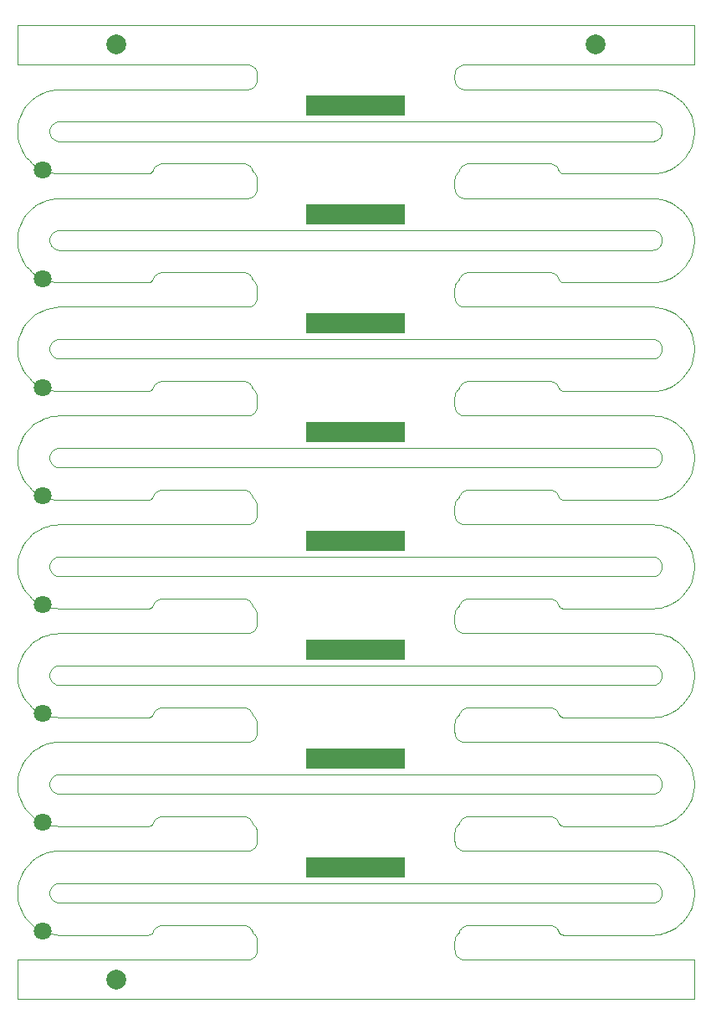
<source format=gbr>
G04 #@! TF.GenerationSoftware,KiCad,Pcbnew,5.1.5+dfsg1-2build2*
G04 #@! TF.CreationDate,2021-10-10T04:01:23+00:00*
G04 #@! TF.ProjectId,bobbin_bottom_3.3,626f6262-696e-45f6-926f-74746f6d5f33,rev?*
G04 #@! TF.SameCoordinates,Original*
G04 #@! TF.FileFunction,Soldermask,Bot*
G04 #@! TF.FilePolarity,Negative*
%FSLAX46Y46*%
G04 Gerber Fmt 4.6, Leading zero omitted, Abs format (unit mm)*
G04 Created by KiCad (PCBNEW 5.1.5+dfsg1-2build2) date 2021-10-10 04:01:23*
%MOMM*%
%LPD*%
G04 APERTURE LIST*
G04 #@! TA.AperFunction,Profile*
%ADD10C,0.100000*%
G04 #@! TD*
%ADD11C,2.000000*%
%ADD12R,10.000000X2.000000*%
%ADD13C,1.800000*%
G04 APERTURE END LIST*
D10*
X114499900Y-77215900D02*
X114401100Y-77236200D01*
X114596400Y-77185700D02*
X114499900Y-77215900D01*
X114689300Y-77145900D02*
X114596400Y-77185700D01*
X114777600Y-77096800D02*
X114689300Y-77145900D01*
X114860800Y-77038900D02*
X114777600Y-77096800D01*
X114937500Y-76973100D02*
X114860800Y-77038900D01*
X115007100Y-76899800D02*
X114937500Y-76973100D01*
X115069000Y-76819900D02*
X115007100Y-76899800D01*
X115122400Y-76734100D02*
X115069000Y-76819900D01*
X115166900Y-76643400D02*
X115122400Y-76734100D01*
X115202000Y-76548600D02*
X115166900Y-76643400D01*
X115227300Y-76450700D02*
X115202000Y-76548600D01*
X115242600Y-76350800D02*
X115227300Y-76450700D01*
X115247700Y-76249900D02*
X115242600Y-76350800D01*
X115242600Y-76149200D02*
X115247700Y-76249900D01*
X115227300Y-76049300D02*
X115242600Y-76149200D01*
X115202000Y-75951500D02*
X115227300Y-76049300D01*
X115166900Y-75856700D02*
X115202000Y-75951500D01*
X115122400Y-75766000D02*
X115166900Y-75856700D01*
X115069000Y-75680200D02*
X115122400Y-75766000D01*
X115007100Y-75600300D02*
X115069000Y-75680200D01*
X114937300Y-75526800D02*
X115007100Y-75600300D01*
X114860600Y-75461000D02*
X114937300Y-75526800D01*
X114777600Y-75403300D02*
X114860600Y-75461000D01*
X114689300Y-75354200D02*
X114777600Y-75403300D01*
X114596600Y-75314500D02*
X114689300Y-75354200D01*
X114500200Y-75284200D02*
X114596600Y-75314500D01*
X114401200Y-75263800D02*
X114500200Y-75284200D01*
X114300700Y-75253600D02*
X114401200Y-75263800D01*
X114224800Y-75251000D02*
X114300700Y-75253600D01*
X54275400Y-75251000D02*
X114224800Y-75251000D01*
X54199100Y-75253600D02*
X54275400Y-75251000D01*
X54098800Y-75263800D02*
X54199100Y-75253600D01*
X53999800Y-75284200D02*
X54098800Y-75263800D01*
X53903400Y-75314500D02*
X53999800Y-75284200D01*
X53810500Y-75354300D02*
X53903400Y-75314500D01*
X53722100Y-75403400D02*
X53810500Y-75354300D01*
X53639200Y-75461200D02*
X53722100Y-75403400D01*
X53562500Y-75527000D02*
X53639200Y-75461200D01*
X53492900Y-75600300D02*
X53562500Y-75527000D01*
X53431000Y-75680200D02*
X53492900Y-75600300D01*
X53377600Y-75766000D02*
X53431000Y-75680200D01*
X53333100Y-75856700D02*
X53377600Y-75766000D01*
X53298100Y-75951200D02*
X53333100Y-75856700D01*
X53272700Y-76049100D02*
X53298100Y-75951200D01*
X53257400Y-76149000D02*
X53272700Y-76049100D01*
X53252300Y-76249900D02*
X53257400Y-76149000D01*
X53257400Y-76350800D02*
X53252300Y-76249900D01*
X53272700Y-76450700D02*
X53257400Y-76350800D01*
X53298000Y-76548600D02*
X53272700Y-76450700D01*
X53333100Y-76643400D02*
X53298000Y-76548600D01*
X53377600Y-76734100D02*
X53333100Y-76643400D01*
X53431000Y-76819900D02*
X53377600Y-76734100D01*
X53492900Y-76899800D02*
X53431000Y-76819900D01*
X53562500Y-76973100D02*
X53492900Y-76899800D01*
X53639200Y-77038900D02*
X53562500Y-76973100D01*
X53722100Y-77096700D02*
X53639200Y-77038900D01*
X53810500Y-77145700D02*
X53722100Y-77096700D01*
X53903400Y-77185600D02*
X53810500Y-77145700D01*
X53999800Y-77215900D02*
X53903400Y-77185600D01*
X54098800Y-77236200D02*
X53999800Y-77215900D01*
X54199300Y-77246500D02*
X54098800Y-77236200D01*
X54275200Y-77249000D02*
X54199300Y-77246500D01*
X114224900Y-77249000D02*
X54275200Y-77249000D01*
X114300500Y-77246500D02*
X114224900Y-77249000D01*
X114401100Y-77236200D02*
X114300500Y-77246500D01*
X114499900Y-132216000D02*
X114401100Y-132236300D01*
X114596400Y-132185800D02*
X114499900Y-132216000D01*
X114689300Y-132145900D02*
X114596400Y-132185800D01*
X114777600Y-132096900D02*
X114689300Y-132145900D01*
X114860800Y-132039000D02*
X114777600Y-132096900D01*
X114937500Y-131973200D02*
X114860800Y-132039000D01*
X115007100Y-131899900D02*
X114937500Y-131973200D01*
X115069000Y-131820000D02*
X115007100Y-131899900D01*
X115122400Y-131734200D02*
X115069000Y-131820000D01*
X115166900Y-131643500D02*
X115122400Y-131734200D01*
X115202000Y-131548700D02*
X115166900Y-131643500D01*
X115227300Y-131450800D02*
X115202000Y-131548700D01*
X115242600Y-131350900D02*
X115227300Y-131450800D01*
X115247700Y-131250000D02*
X115242600Y-131350900D01*
X115242600Y-131149300D02*
X115247700Y-131250000D01*
X115227300Y-131049400D02*
X115242600Y-131149300D01*
X115202000Y-130951600D02*
X115227300Y-131049400D01*
X115166900Y-130856800D02*
X115202000Y-130951600D01*
X115122400Y-130766100D02*
X115166900Y-130856800D01*
X115069000Y-130680300D02*
X115122400Y-130766100D01*
X115007100Y-130600300D02*
X115069000Y-130680300D01*
X114937300Y-130526900D02*
X115007100Y-130600300D01*
X114860600Y-130461100D02*
X114937300Y-130526900D01*
X114777600Y-130403300D02*
X114860600Y-130461100D01*
X114689300Y-130354300D02*
X114777600Y-130403300D01*
X114596600Y-130314600D02*
X114689300Y-130354300D01*
X114500200Y-130284300D02*
X114596600Y-130314600D01*
X114401200Y-130263900D02*
X114500200Y-130284300D01*
X114300700Y-130253700D02*
X114401200Y-130263900D01*
X114224800Y-130251100D02*
X114300700Y-130253700D01*
X54275400Y-130251100D02*
X114224800Y-130251100D01*
X54199200Y-130253700D02*
X54275400Y-130251100D01*
X54098800Y-130263900D02*
X54199200Y-130253700D01*
X53999800Y-130284300D02*
X54098800Y-130263900D01*
X53903400Y-130314600D02*
X53999800Y-130284300D01*
X53810500Y-130354400D02*
X53903400Y-130314600D01*
X53722100Y-130403500D02*
X53810500Y-130354400D01*
X53639200Y-130461200D02*
X53722100Y-130403500D01*
X53562500Y-130527100D02*
X53639200Y-130461200D01*
X53492900Y-130600300D02*
X53562500Y-130527100D01*
X53431000Y-130680300D02*
X53492900Y-130600300D01*
X53377600Y-130766100D02*
X53431000Y-130680300D01*
X53333100Y-130856800D02*
X53377600Y-130766100D01*
X53298100Y-130951300D02*
X53333100Y-130856800D01*
X53272700Y-131049200D02*
X53298100Y-130951300D01*
X53257400Y-131149100D02*
X53272700Y-131049200D01*
X53252300Y-131250000D02*
X53257400Y-131149100D01*
X53257400Y-131350900D02*
X53252300Y-131250000D01*
X53272700Y-131450800D02*
X53257400Y-131350900D01*
X53298000Y-131548700D02*
X53272700Y-131450800D01*
X53333100Y-131643500D02*
X53298000Y-131548700D01*
X53377600Y-131734200D02*
X53333100Y-131643500D01*
X53431000Y-131820000D02*
X53377600Y-131734200D01*
X53492900Y-131899900D02*
X53431000Y-131820000D01*
X53562500Y-131973200D02*
X53492900Y-131899900D01*
X53639200Y-132039000D02*
X53562500Y-131973200D01*
X53722100Y-132096800D02*
X53639200Y-132039000D01*
X53810500Y-132145800D02*
X53722100Y-132096800D01*
X53903400Y-132185700D02*
X53810500Y-132145800D01*
X53999800Y-132216000D02*
X53903400Y-132185700D01*
X54098800Y-132236300D02*
X53999800Y-132216000D01*
X54199300Y-132246600D02*
X54098800Y-132236300D01*
X54275200Y-132249100D02*
X54199300Y-132246600D01*
X114224900Y-132249100D02*
X54275200Y-132249100D01*
X114300500Y-132246500D02*
X114224900Y-132249100D01*
X114401100Y-132236300D02*
X114300500Y-132246500D01*
X114499900Y-66215900D02*
X114401000Y-66236200D01*
X114596400Y-66185700D02*
X114499900Y-66215900D01*
X114689300Y-66145800D02*
X114596400Y-66185700D01*
X114777600Y-66096800D02*
X114689300Y-66145800D01*
X114860600Y-66039100D02*
X114777600Y-66096800D01*
X114937300Y-65973300D02*
X114860600Y-66039100D01*
X115007100Y-65899800D02*
X114937300Y-65973300D01*
X115069000Y-65819900D02*
X115007100Y-65899800D01*
X115122300Y-65734300D02*
X115069000Y-65819900D01*
X115166800Y-65643600D02*
X115122300Y-65734300D01*
X115201900Y-65548800D02*
X115166800Y-65643600D01*
X115227300Y-65451000D02*
X115201900Y-65548800D01*
X115242600Y-65351100D02*
X115227300Y-65451000D01*
X115247700Y-65250200D02*
X115242600Y-65351100D01*
X115242600Y-65149200D02*
X115247700Y-65250200D01*
X115227300Y-65049300D02*
X115242600Y-65149200D01*
X115202000Y-64951500D02*
X115227300Y-65049300D01*
X115166900Y-64856700D02*
X115202000Y-64951500D01*
X115122400Y-64765900D02*
X115166900Y-64856700D01*
X115069000Y-64680200D02*
X115122400Y-64765900D01*
X115007100Y-64600200D02*
X115069000Y-64680200D01*
X114937300Y-64526800D02*
X115007100Y-64600200D01*
X114860600Y-64461000D02*
X114937300Y-64526800D01*
X114777900Y-64403400D02*
X114860600Y-64461000D01*
X114689500Y-64354300D02*
X114777900Y-64403400D01*
X114596600Y-64314500D02*
X114689500Y-64354300D01*
X114500200Y-64284200D02*
X114596600Y-64314500D01*
X114401200Y-64263800D02*
X114500200Y-64284200D01*
X114300700Y-64253600D02*
X114401200Y-64263800D01*
X114224800Y-64251000D02*
X114300700Y-64253600D01*
X54275300Y-64251000D02*
X114224800Y-64251000D01*
X54199200Y-64253600D02*
X54275300Y-64251000D01*
X54098800Y-64263800D02*
X54199200Y-64253600D01*
X53999800Y-64284200D02*
X54098800Y-64263800D01*
X53903400Y-64314500D02*
X53999800Y-64284200D01*
X53810500Y-64354300D02*
X53903400Y-64314500D01*
X53722100Y-64403400D02*
X53810500Y-64354300D01*
X53639200Y-64461100D02*
X53722100Y-64403400D01*
X53562500Y-64527000D02*
X53639200Y-64461100D01*
X53492900Y-64600200D02*
X53562500Y-64527000D01*
X53431000Y-64680200D02*
X53492900Y-64600200D01*
X53377600Y-64765900D02*
X53431000Y-64680200D01*
X53333100Y-64856700D02*
X53377600Y-64765900D01*
X53298000Y-64951500D02*
X53333100Y-64856700D01*
X53272700Y-65049000D02*
X53298000Y-64951500D01*
X53257400Y-65148900D02*
X53272700Y-65049000D01*
X53252300Y-65249900D02*
X53257400Y-65148900D01*
X53257400Y-65350800D02*
X53252300Y-65249900D01*
X53272700Y-65450700D02*
X53257400Y-65350800D01*
X53298000Y-65548600D02*
X53272700Y-65450700D01*
X53333100Y-65643300D02*
X53298000Y-65548600D01*
X53377600Y-65734100D02*
X53333100Y-65643300D01*
X53431000Y-65819900D02*
X53377600Y-65734100D01*
X53492900Y-65899800D02*
X53431000Y-65819900D01*
X53562500Y-65973100D02*
X53492900Y-65899800D01*
X53639200Y-66038900D02*
X53562500Y-65973100D01*
X53722100Y-66096700D02*
X53639200Y-66038900D01*
X53810500Y-66145700D02*
X53722100Y-66096700D01*
X53903400Y-66185600D02*
X53810500Y-66145700D01*
X53999800Y-66215900D02*
X53903400Y-66185600D01*
X54098800Y-66236200D02*
X53999800Y-66215900D01*
X54199300Y-66246400D02*
X54098800Y-66236200D01*
X54275200Y-66249000D02*
X54199300Y-66246400D01*
X114224900Y-66249000D02*
X54275200Y-66249000D01*
X114300600Y-66246400D02*
X114224900Y-66249000D01*
X114401000Y-66236200D02*
X114300600Y-66246400D01*
X114499900Y-121216000D02*
X114401000Y-121236300D01*
X114596400Y-121185800D02*
X114499900Y-121216000D01*
X114689300Y-121145900D02*
X114596400Y-121185800D01*
X114777600Y-121096900D02*
X114689300Y-121145900D01*
X114860800Y-121039000D02*
X114777600Y-121096900D01*
X114937500Y-120973200D02*
X114860800Y-121039000D01*
X115007100Y-120899900D02*
X114937500Y-120973200D01*
X115069000Y-120820000D02*
X115007100Y-120899900D01*
X115122400Y-120734200D02*
X115069000Y-120820000D01*
X115166900Y-120643400D02*
X115122400Y-120734200D01*
X115202000Y-120548700D02*
X115166900Y-120643400D01*
X115227300Y-120450800D02*
X115202000Y-120548700D01*
X115242600Y-120350900D02*
X115227300Y-120450800D01*
X115247700Y-120250000D02*
X115242600Y-120350900D01*
X115242600Y-120149300D02*
X115247700Y-120250000D01*
X115227300Y-120049400D02*
X115242600Y-120149300D01*
X115202000Y-119951600D02*
X115227300Y-120049400D01*
X115166900Y-119856800D02*
X115202000Y-119951600D01*
X115122400Y-119766000D02*
X115166900Y-119856800D01*
X115069000Y-119680300D02*
X115122400Y-119766000D01*
X115007100Y-119600300D02*
X115069000Y-119680300D01*
X114937300Y-119526900D02*
X115007100Y-119600300D01*
X114860600Y-119461100D02*
X114937300Y-119526900D01*
X114777600Y-119403300D02*
X114860600Y-119461100D01*
X114689300Y-119354300D02*
X114777600Y-119403300D01*
X114596600Y-119314500D02*
X114689300Y-119354300D01*
X114500200Y-119284300D02*
X114596600Y-119314500D01*
X114401200Y-119263900D02*
X114500200Y-119284300D01*
X114300700Y-119253700D02*
X114401200Y-119263900D01*
X114224800Y-119251100D02*
X114300700Y-119253700D01*
X54275300Y-119251100D02*
X114224800Y-119251100D01*
X54199300Y-119253700D02*
X54275300Y-119251100D01*
X54098800Y-119263900D02*
X54199300Y-119253700D01*
X53999800Y-119284300D02*
X54098800Y-119263900D01*
X53903400Y-119314500D02*
X53999800Y-119284300D01*
X53810500Y-119354400D02*
X53903400Y-119314500D01*
X53722100Y-119403500D02*
X53810500Y-119354400D01*
X53639200Y-119461200D02*
X53722100Y-119403500D01*
X53562500Y-119527100D02*
X53639200Y-119461200D01*
X53492900Y-119600300D02*
X53562500Y-119527100D01*
X53431000Y-119680300D02*
X53492900Y-119600300D01*
X53377600Y-119766000D02*
X53431000Y-119680300D01*
X53333100Y-119856800D02*
X53377600Y-119766000D01*
X53298100Y-119951300D02*
X53333100Y-119856800D01*
X53272700Y-120049100D02*
X53298100Y-119951300D01*
X53257400Y-120149000D02*
X53272700Y-120049100D01*
X53252300Y-120250000D02*
X53257400Y-120149000D01*
X53257400Y-120350900D02*
X53252300Y-120250000D01*
X53272700Y-120450800D02*
X53257400Y-120350900D01*
X53298000Y-120548700D02*
X53272700Y-120450800D01*
X53333100Y-120643400D02*
X53298000Y-120548700D01*
X53377600Y-120734200D02*
X53333100Y-120643400D01*
X53431000Y-120820000D02*
X53377600Y-120734200D01*
X53492900Y-120899900D02*
X53431000Y-120820000D01*
X53562500Y-120973200D02*
X53492900Y-120899900D01*
X53639200Y-121039000D02*
X53562500Y-120973200D01*
X53722100Y-121096700D02*
X53639200Y-121039000D01*
X53810500Y-121145800D02*
X53722100Y-121096700D01*
X53903400Y-121185700D02*
X53810500Y-121145800D01*
X53999800Y-121215900D02*
X53903400Y-121185700D01*
X54098800Y-121236300D02*
X53999800Y-121215900D01*
X54199300Y-121246500D02*
X54098800Y-121236300D01*
X54275200Y-121249100D02*
X54199300Y-121246500D01*
X114224800Y-121249100D02*
X54275200Y-121249100D01*
X114300600Y-121246500D02*
X114224800Y-121249100D01*
X114401000Y-121236300D02*
X114300600Y-121246500D01*
X114499900Y-55215900D02*
X114401000Y-55236200D01*
X114596400Y-55185700D02*
X114499900Y-55215900D01*
X114689300Y-55145800D02*
X114596400Y-55185700D01*
X114777600Y-55096800D02*
X114689300Y-55145800D01*
X114860600Y-55039100D02*
X114777600Y-55096800D01*
X114937300Y-54973200D02*
X114860600Y-55039100D01*
X115007100Y-54899800D02*
X114937300Y-54973200D01*
X115069000Y-54819900D02*
X115007100Y-54899800D01*
X115122300Y-54734300D02*
X115069000Y-54819900D01*
X115166800Y-54643600D02*
X115122300Y-54734300D01*
X115201900Y-54548800D02*
X115166800Y-54643600D01*
X115227300Y-54451000D02*
X115201900Y-54548800D01*
X115242600Y-54351100D02*
X115227300Y-54451000D01*
X115247700Y-54250100D02*
X115242600Y-54351100D01*
X115242600Y-54149200D02*
X115247700Y-54250100D01*
X115227300Y-54049300D02*
X115242600Y-54149200D01*
X115202000Y-53951500D02*
X115227300Y-54049300D01*
X115166900Y-53856700D02*
X115202000Y-53951500D01*
X115122400Y-53765900D02*
X115166900Y-53856700D01*
X115069000Y-53680200D02*
X115122400Y-53765900D01*
X115007100Y-53600200D02*
X115069000Y-53680200D01*
X114937300Y-53526800D02*
X115007100Y-53600200D01*
X114860600Y-53460900D02*
X114937300Y-53526800D01*
X114777900Y-53403400D02*
X114860600Y-53460900D01*
X114689500Y-53354300D02*
X114777900Y-53403400D01*
X114596600Y-53314400D02*
X114689500Y-53354300D01*
X114500200Y-53284200D02*
X114596600Y-53314400D01*
X114401200Y-53263800D02*
X114500200Y-53284200D01*
X114300700Y-53253600D02*
X114401200Y-53263800D01*
X114224800Y-53251000D02*
X114300700Y-53253600D01*
X54275200Y-53251000D02*
X114224800Y-53251000D01*
X54199300Y-53253600D02*
X54275200Y-53251000D01*
X54098800Y-53263800D02*
X54199300Y-53253600D01*
X53999800Y-53284200D02*
X54098800Y-53263800D01*
X53903400Y-53314400D02*
X53999800Y-53284200D01*
X53810500Y-53354300D02*
X53903400Y-53314400D01*
X53722100Y-53403400D02*
X53810500Y-53354300D01*
X53639200Y-53461100D02*
X53722100Y-53403400D01*
X53562500Y-53527000D02*
X53639200Y-53461100D01*
X53492900Y-53600200D02*
X53562500Y-53527000D01*
X53431000Y-53680200D02*
X53492900Y-53600200D01*
X53377600Y-53765900D02*
X53431000Y-53680200D01*
X53333100Y-53856700D02*
X53377600Y-53765900D01*
X53298000Y-53951500D02*
X53333100Y-53856700D01*
X53272700Y-54049000D02*
X53298000Y-53951500D01*
X53257400Y-54148900D02*
X53272700Y-54049000D01*
X53252300Y-54249900D02*
X53257400Y-54148900D01*
X53257400Y-54350800D02*
X53252300Y-54249900D01*
X53272700Y-54450700D02*
X53257400Y-54350800D01*
X53298000Y-54548500D02*
X53272700Y-54450700D01*
X53333100Y-54643300D02*
X53298000Y-54548500D01*
X53377600Y-54734100D02*
X53333100Y-54643300D01*
X53431000Y-54819900D02*
X53377600Y-54734100D01*
X53492900Y-54899800D02*
X53431000Y-54819900D01*
X53562500Y-54973000D02*
X53492900Y-54899800D01*
X53639200Y-55038900D02*
X53562500Y-54973000D01*
X53722100Y-55096600D02*
X53639200Y-55038900D01*
X53810500Y-55145700D02*
X53722100Y-55096600D01*
X53903400Y-55185600D02*
X53810500Y-55145700D01*
X53999800Y-55215800D02*
X53903400Y-55185600D01*
X54098800Y-55236200D02*
X53999800Y-55215800D01*
X54199300Y-55246400D02*
X54098800Y-55236200D01*
X54275200Y-55249000D02*
X54199300Y-55246400D01*
X114224800Y-55249000D02*
X54275200Y-55249000D01*
X114300700Y-55246400D02*
X114224800Y-55249000D01*
X114401000Y-55236200D02*
X114300700Y-55246400D01*
X114500200Y-110215900D02*
X114400900Y-110236300D01*
X114596600Y-110185700D02*
X114500200Y-110215900D01*
X114689500Y-110145800D02*
X114596600Y-110185700D01*
X114777900Y-110096700D02*
X114689500Y-110145800D01*
X114860800Y-110039000D02*
X114777900Y-110096700D01*
X114937500Y-109973100D02*
X114860800Y-110039000D01*
X115007100Y-109899900D02*
X114937500Y-109973100D01*
X115069000Y-109819900D02*
X115007100Y-109899900D01*
X115122400Y-109734200D02*
X115069000Y-109819900D01*
X115166900Y-109643400D02*
X115122400Y-109734200D01*
X115202000Y-109548600D02*
X115166900Y-109643400D01*
X115227300Y-109450800D02*
X115202000Y-109548600D01*
X115242600Y-109350900D02*
X115227300Y-109450800D01*
X115247700Y-109250000D02*
X115242600Y-109350900D01*
X115242600Y-109149300D02*
X115247700Y-109250000D01*
X115227300Y-109049400D02*
X115242600Y-109149300D01*
X115202000Y-108951500D02*
X115227300Y-109049400D01*
X115166900Y-108856800D02*
X115202000Y-108951500D01*
X115122400Y-108766000D02*
X115166900Y-108856800D01*
X115069000Y-108680200D02*
X115122400Y-108766000D01*
X115007100Y-108600300D02*
X115069000Y-108680200D01*
X114937300Y-108526900D02*
X115007100Y-108600300D01*
X114860600Y-108461000D02*
X114937300Y-108526900D01*
X114777600Y-108403300D02*
X114860600Y-108461000D01*
X114689300Y-108354300D02*
X114777600Y-108403300D01*
X114596600Y-108314500D02*
X114689300Y-108354300D01*
X114500200Y-108284300D02*
X114596600Y-108314500D01*
X114401200Y-108263900D02*
X114500200Y-108284300D01*
X114300700Y-108253700D02*
X114401200Y-108263900D01*
X114224800Y-108251100D02*
X114300700Y-108253700D01*
X54275200Y-108251100D02*
X114224800Y-108251100D01*
X54199400Y-108253700D02*
X54275200Y-108251100D01*
X54098800Y-108263900D02*
X54199400Y-108253700D01*
X53999800Y-108284300D02*
X54098800Y-108263900D01*
X53903400Y-108314500D02*
X53999800Y-108284300D01*
X53810500Y-108354400D02*
X53903400Y-108314500D01*
X53722100Y-108403500D02*
X53810500Y-108354400D01*
X53639200Y-108461200D02*
X53722100Y-108403500D01*
X53562500Y-108527000D02*
X53639200Y-108461200D01*
X53492900Y-108600300D02*
X53562500Y-108527000D01*
X53431000Y-108680200D02*
X53492900Y-108600300D01*
X53377600Y-108766000D02*
X53431000Y-108680200D01*
X53333100Y-108856800D02*
X53377600Y-108766000D01*
X53298100Y-108951300D02*
X53333100Y-108856800D01*
X53272700Y-109049100D02*
X53298100Y-108951300D01*
X53257400Y-109149000D02*
X53272700Y-109049100D01*
X53252300Y-109250000D02*
X53257400Y-109149000D01*
X53257400Y-109350900D02*
X53252300Y-109250000D01*
X53272700Y-109450800D02*
X53257400Y-109350900D01*
X53298000Y-109548600D02*
X53272700Y-109450800D01*
X53333100Y-109643400D02*
X53298000Y-109548600D01*
X53377600Y-109734200D02*
X53333100Y-109643400D01*
X53431000Y-109819900D02*
X53377600Y-109734200D01*
X53492900Y-109899900D02*
X53431000Y-109819900D01*
X53562500Y-109973100D02*
X53492900Y-109899900D01*
X53639200Y-110039000D02*
X53562500Y-109973100D01*
X53722100Y-110096700D02*
X53639200Y-110039000D01*
X53810500Y-110145800D02*
X53722100Y-110096700D01*
X53903400Y-110185700D02*
X53810500Y-110145800D01*
X53999800Y-110215900D02*
X53903400Y-110185700D01*
X54098800Y-110236300D02*
X53999800Y-110215900D01*
X54199300Y-110246500D02*
X54098800Y-110236300D01*
X54275200Y-110249100D02*
X54199300Y-110246500D01*
X114224700Y-110249100D02*
X54275200Y-110249100D01*
X114300700Y-110246500D02*
X114224700Y-110249100D01*
X114400900Y-110236300D02*
X114300700Y-110246500D01*
X114500200Y-99215900D02*
X114400800Y-99236300D01*
X114596600Y-99185600D02*
X114500200Y-99215900D01*
X114689500Y-99145800D02*
X114596600Y-99185600D01*
X114777900Y-99096700D02*
X114689500Y-99145800D01*
X114860800Y-99039000D02*
X114777900Y-99096700D01*
X114937500Y-98973100D02*
X114860800Y-99039000D01*
X115007100Y-98899900D02*
X114937500Y-98973100D01*
X115069000Y-98819900D02*
X115007100Y-98899900D01*
X115122400Y-98734100D02*
X115069000Y-98819900D01*
X115166900Y-98643400D02*
X115122400Y-98734100D01*
X115202000Y-98548600D02*
X115166900Y-98643400D01*
X115227300Y-98450800D02*
X115202000Y-98548600D01*
X115242600Y-98350900D02*
X115227300Y-98450800D01*
X115247700Y-98249900D02*
X115242600Y-98350900D01*
X115242600Y-98149300D02*
X115247700Y-98249900D01*
X115227300Y-98049400D02*
X115242600Y-98149300D01*
X115202000Y-97951500D02*
X115227300Y-98049400D01*
X115166900Y-97856700D02*
X115202000Y-97951500D01*
X115122400Y-97766000D02*
X115166900Y-97856700D01*
X115069000Y-97680200D02*
X115122400Y-97766000D01*
X115007100Y-97600300D02*
X115069000Y-97680200D01*
X114937300Y-97526800D02*
X115007100Y-97600300D01*
X114860600Y-97461000D02*
X114937300Y-97526800D01*
X114777600Y-97403300D02*
X114860600Y-97461000D01*
X114689300Y-97354300D02*
X114777600Y-97403300D01*
X114596600Y-97314500D02*
X114689300Y-97354300D01*
X114500200Y-97284200D02*
X114596600Y-97314500D01*
X114401200Y-97263900D02*
X114500200Y-97284200D01*
X114300700Y-97253600D02*
X114401200Y-97263900D01*
X114224800Y-97251100D02*
X114300700Y-97253600D01*
X54275100Y-97251100D02*
X114224800Y-97251100D01*
X54199500Y-97253700D02*
X54275100Y-97251100D01*
X54098800Y-97263900D02*
X54199500Y-97253700D01*
X53999800Y-97284200D02*
X54098800Y-97263900D01*
X53903400Y-97314500D02*
X53999800Y-97284200D01*
X53810500Y-97354400D02*
X53903400Y-97314500D01*
X53722100Y-97403400D02*
X53810500Y-97354400D01*
X53639200Y-97461200D02*
X53722100Y-97403400D01*
X53562500Y-97527000D02*
X53639200Y-97461200D01*
X53492900Y-97600300D02*
X53562500Y-97527000D01*
X53431000Y-97680200D02*
X53492900Y-97600300D01*
X53377600Y-97766000D02*
X53431000Y-97680200D01*
X53333100Y-97856700D02*
X53377600Y-97766000D01*
X53298100Y-97951300D02*
X53333100Y-97856700D01*
X53272700Y-98049100D02*
X53298100Y-97951300D01*
X53257400Y-98149000D02*
X53272700Y-98049100D01*
X53252300Y-98249900D02*
X53257400Y-98149000D01*
X53257400Y-98350900D02*
X53252300Y-98249900D01*
X53272700Y-98450800D02*
X53257400Y-98350900D01*
X53298000Y-98548600D02*
X53272700Y-98450800D01*
X53333100Y-98643400D02*
X53298000Y-98548600D01*
X53377600Y-98734100D02*
X53333100Y-98643400D01*
X53431000Y-98819900D02*
X53377600Y-98734100D01*
X53492900Y-98899900D02*
X53431000Y-98819900D01*
X53562500Y-98973100D02*
X53492900Y-98899900D01*
X53639200Y-99039000D02*
X53562500Y-98973100D01*
X53722100Y-99096700D02*
X53639200Y-99039000D01*
X53810500Y-99145800D02*
X53722100Y-99096700D01*
X53903400Y-99185600D02*
X53810500Y-99145800D01*
X53999800Y-99215900D02*
X53903400Y-99185600D01*
X54098800Y-99236300D02*
X53999800Y-99215900D01*
X54199300Y-99246500D02*
X54098800Y-99236300D01*
X54275200Y-99249100D02*
X54199300Y-99246500D01*
X114224600Y-99249100D02*
X54275200Y-99249100D01*
X114300800Y-99246500D02*
X114224600Y-99249100D01*
X114400800Y-99236300D02*
X114300800Y-99246500D01*
X114500200Y-88215900D02*
X114400700Y-88236300D01*
X114596600Y-88185600D02*
X114500200Y-88215900D01*
X114689500Y-88145700D02*
X114596600Y-88185600D01*
X114777900Y-88096700D02*
X114689500Y-88145700D01*
X114860800Y-88038900D02*
X114777900Y-88096700D01*
X114937500Y-87973100D02*
X114860800Y-88038900D01*
X115007100Y-87899800D02*
X114937500Y-87973100D01*
X115069000Y-87819900D02*
X115007100Y-87899800D01*
X115122400Y-87734100D02*
X115069000Y-87819900D01*
X115166900Y-87643400D02*
X115122400Y-87734100D01*
X115202000Y-87548600D02*
X115166900Y-87643400D01*
X115227300Y-87450800D02*
X115202000Y-87548600D01*
X115242600Y-87350900D02*
X115227300Y-87450800D01*
X115247700Y-87249900D02*
X115242600Y-87350900D01*
X115242600Y-87149300D02*
X115247700Y-87249900D01*
X115227300Y-87049400D02*
X115242600Y-87149300D01*
X115202000Y-86951500D02*
X115227300Y-87049400D01*
X115166900Y-86856700D02*
X115202000Y-86951500D01*
X115122400Y-86766000D02*
X115166900Y-86856700D01*
X115069000Y-86680200D02*
X115122400Y-86766000D01*
X115007100Y-86600300D02*
X115069000Y-86680200D01*
X114937300Y-86526800D02*
X115007100Y-86600300D01*
X114860600Y-86461000D02*
X114937300Y-86526800D01*
X114777600Y-86403300D02*
X114860600Y-86461000D01*
X114689300Y-86354200D02*
X114777600Y-86403300D01*
X114596600Y-86314500D02*
X114689300Y-86354200D01*
X114500200Y-86284200D02*
X114596600Y-86314500D01*
X114401200Y-86263900D02*
X114500200Y-86284200D01*
X114300700Y-86253600D02*
X114401200Y-86263900D01*
X114224800Y-86251100D02*
X114300700Y-86253600D01*
X54275000Y-86251100D02*
X114224800Y-86251100D01*
X54199600Y-86253600D02*
X54275000Y-86251100D01*
X54098800Y-86263900D02*
X54199600Y-86253600D01*
X53999800Y-86284200D02*
X54098800Y-86263900D01*
X53903400Y-86314500D02*
X53999800Y-86284200D01*
X53810500Y-86354400D02*
X53903400Y-86314500D01*
X53722100Y-86403400D02*
X53810500Y-86354400D01*
X53639200Y-86461200D02*
X53722100Y-86403400D01*
X53562500Y-86527000D02*
X53639200Y-86461200D01*
X53492900Y-86600300D02*
X53562500Y-86527000D01*
X53431000Y-86680200D02*
X53492900Y-86600300D01*
X53377600Y-86766000D02*
X53431000Y-86680200D01*
X53333100Y-86856700D02*
X53377600Y-86766000D01*
X53298100Y-86951200D02*
X53333100Y-86856700D01*
X53272700Y-87049100D02*
X53298100Y-86951200D01*
X53257400Y-87149000D02*
X53272700Y-87049100D01*
X53252300Y-87249900D02*
X53257400Y-87149000D01*
X53257400Y-87350900D02*
X53252300Y-87249900D01*
X53272700Y-87450800D02*
X53257400Y-87350900D01*
X53298000Y-87548600D02*
X53272700Y-87450800D01*
X53333100Y-87643400D02*
X53298000Y-87548600D01*
X53377600Y-87734100D02*
X53333100Y-87643400D01*
X53431000Y-87819900D02*
X53377600Y-87734100D01*
X53492900Y-87899800D02*
X53431000Y-87819900D01*
X53562500Y-87973100D02*
X53492900Y-87899800D01*
X53639200Y-88038900D02*
X53562500Y-87973100D01*
X53722100Y-88096700D02*
X53639200Y-88038900D01*
X53810500Y-88145700D02*
X53722100Y-88096700D01*
X53903400Y-88185600D02*
X53810500Y-88145700D01*
X53999800Y-88215900D02*
X53903400Y-88185600D01*
X54098800Y-88236200D02*
X53999800Y-88215900D01*
X54199300Y-88246500D02*
X54098800Y-88236200D01*
X54275200Y-88249100D02*
X54199300Y-88246500D01*
X114224500Y-88249100D02*
X54275200Y-88249100D01*
X114300900Y-88246500D02*
X114224500Y-88249100D01*
X114400700Y-88236300D02*
X114300900Y-88246500D01*
X118471000Y-43499000D02*
X50014600Y-43499700D01*
X118487300Y-43500000D02*
X118471000Y-43499000D01*
X118492900Y-43503700D02*
X118487300Y-43500000D01*
X118494800Y-43508200D02*
X118492900Y-43503700D01*
X118495500Y-43523500D02*
X118494800Y-43508200D01*
X118495500Y-47475500D02*
X118495500Y-43523500D01*
X118494300Y-47492700D02*
X118495500Y-47475500D01*
X118491600Y-47496700D02*
X118494300Y-47492700D01*
X118487300Y-47499000D02*
X118491600Y-47496700D01*
X95241200Y-47500000D02*
X118487300Y-47499000D01*
X95144000Y-47504800D02*
X95241200Y-47500000D01*
X95047900Y-47519000D02*
X95144000Y-47504800D01*
X94953600Y-47542600D02*
X95047900Y-47519000D01*
X94862200Y-47575400D02*
X94953600Y-47542600D01*
X94774300Y-47616900D02*
X94862200Y-47575400D01*
X94691000Y-47666900D02*
X94774300Y-47616900D01*
X94613000Y-47724700D02*
X94691000Y-47666900D01*
X94541000Y-47790000D02*
X94613000Y-47724700D01*
X94475700Y-47862000D02*
X94541000Y-47790000D01*
X94417900Y-47940000D02*
X94475700Y-47862000D01*
X94367900Y-48023300D02*
X94417900Y-47940000D01*
X94326400Y-48111100D02*
X94367900Y-48023300D01*
X94293600Y-48202600D02*
X94326400Y-48111100D01*
X94270000Y-48296900D02*
X94293600Y-48202600D01*
X94255800Y-48393000D02*
X94270000Y-48296900D01*
X94251000Y-48490200D02*
X94255800Y-48393000D01*
X94251000Y-49008800D02*
X94251000Y-48490200D01*
X94255800Y-49106000D02*
X94251000Y-49008800D01*
X94270000Y-49202100D02*
X94255800Y-49106000D01*
X94293600Y-49296400D02*
X94270000Y-49202100D01*
X94326400Y-49387900D02*
X94293600Y-49296400D01*
X94367900Y-49475700D02*
X94326400Y-49387900D01*
X94417900Y-49559000D02*
X94367900Y-49475700D01*
X94475700Y-49637000D02*
X94417900Y-49559000D01*
X94541000Y-49709000D02*
X94475700Y-49637000D01*
X94613000Y-49774300D02*
X94541000Y-49709000D01*
X94691000Y-49832100D02*
X94613000Y-49774300D01*
X94774300Y-49882100D02*
X94691000Y-49832100D01*
X94862200Y-49923600D02*
X94774300Y-49882100D01*
X94953600Y-49956400D02*
X94862200Y-49923600D01*
X95047900Y-49980000D02*
X94953600Y-49956400D01*
X95144000Y-49994200D02*
X95047900Y-49980000D01*
X95241200Y-49999000D02*
X95144000Y-49994200D01*
X114243700Y-49999000D02*
X95241200Y-49999000D01*
X114679800Y-50021100D02*
X114243700Y-49999000D01*
X115105900Y-50086400D02*
X114679800Y-50021100D01*
X115522300Y-50194200D02*
X115105900Y-50086400D01*
X115914500Y-50339100D02*
X115522300Y-50194200D01*
X115937800Y-50349100D02*
X115914500Y-50339100D01*
X116301600Y-50527500D02*
X115937800Y-50349100D01*
X116323800Y-50539900D02*
X116301600Y-50527500D01*
X116678500Y-50761400D02*
X116323800Y-50539900D01*
X117018600Y-51024600D02*
X116678500Y-50761400D01*
X117330700Y-51321300D02*
X117018600Y-51024600D01*
X117603300Y-51638300D02*
X117330700Y-51321300D01*
X117618900Y-51658400D02*
X117603300Y-51638300D01*
X117850300Y-51990900D02*
X117618900Y-51658400D01*
X117863800Y-52012500D02*
X117850300Y-51990900D01*
X118066400Y-52378300D02*
X117863800Y-52012500D01*
X118236000Y-52773500D02*
X118066400Y-52378300D01*
X118364900Y-53184300D02*
X118236000Y-52773500D01*
X118449400Y-53593800D02*
X118364900Y-53184300D01*
X118453300Y-53618900D02*
X118449400Y-53593800D01*
X118494300Y-54022000D02*
X118453300Y-53618900D01*
X118495500Y-54047400D02*
X118494300Y-54022000D01*
X118495200Y-54465600D02*
X118495500Y-54047400D01*
X118451700Y-54893400D02*
X118495200Y-54465600D01*
X118365000Y-55315200D02*
X118451700Y-54893400D01*
X118240200Y-55714200D02*
X118365000Y-55315200D01*
X118231400Y-55738100D02*
X118240200Y-55714200D01*
X118071600Y-56110400D02*
X118231400Y-55738100D01*
X118060400Y-56133200D02*
X118071600Y-56110400D01*
X117857200Y-56498700D02*
X118060400Y-56133200D01*
X117611200Y-56852100D02*
X117857200Y-56498700D01*
X117331000Y-57178400D02*
X117611200Y-56852100D01*
X117018900Y-57475100D02*
X117331000Y-57178400D01*
X116678500Y-57738700D02*
X117018900Y-57475100D01*
X116323800Y-57960100D02*
X116678500Y-57738700D01*
X116301600Y-57972500D02*
X116323800Y-57960100D01*
X115937900Y-58150900D02*
X116301600Y-57972500D01*
X115914500Y-58160900D02*
X115937900Y-58150900D01*
X115522200Y-58305800D02*
X115914500Y-58160900D01*
X115105400Y-58413700D02*
X115522200Y-58305800D01*
X114679800Y-58478900D02*
X115105400Y-58413700D01*
X114243800Y-58501000D02*
X114679800Y-58478900D01*
X105243400Y-58500700D02*
X114243800Y-58501000D01*
X105197400Y-58497900D02*
X105243400Y-58500700D01*
X105146100Y-58489800D02*
X105197400Y-58497900D01*
X105095500Y-58476200D02*
X105146100Y-58489800D01*
X105058300Y-58462300D02*
X105095500Y-58476200D01*
X104999900Y-58433700D02*
X105058300Y-58462300D01*
X104966600Y-58412500D02*
X104999900Y-58433700D01*
X104945300Y-58397000D02*
X104966600Y-58412500D01*
X104905500Y-58363000D02*
X104945300Y-58397000D01*
X104878100Y-58335200D02*
X104905500Y-58363000D01*
X104853000Y-58304700D02*
X104878100Y-58335200D01*
X104816300Y-58250100D02*
X104853000Y-58304700D01*
X104792500Y-58203400D02*
X104816300Y-58250100D01*
X104740500Y-58073800D02*
X104792500Y-58203400D01*
X104697000Y-57990800D02*
X104740500Y-58073800D01*
X104645900Y-57912300D02*
X104697000Y-57990800D01*
X104587700Y-57839000D02*
X104645900Y-57912300D01*
X104522700Y-57771500D02*
X104587700Y-57839000D01*
X104451700Y-57710500D02*
X104522700Y-57771500D01*
X104375200Y-57656400D02*
X104451700Y-57710500D01*
X104293900Y-57609800D02*
X104375200Y-57656400D01*
X104208600Y-57571100D02*
X104293900Y-57609800D01*
X104120000Y-57540700D02*
X104208600Y-57571100D01*
X104029000Y-57518700D02*
X104120000Y-57540700D01*
X103936300Y-57505400D02*
X104029000Y-57518700D01*
X103842500Y-57501000D02*
X103936300Y-57505400D01*
X95657500Y-57501000D02*
X103842500Y-57501000D01*
X95563700Y-57505400D02*
X95657500Y-57501000D01*
X95471000Y-57518700D02*
X95563700Y-57505400D01*
X95380000Y-57540700D02*
X95471000Y-57518700D01*
X95291400Y-57571100D02*
X95380000Y-57540700D01*
X95206100Y-57609800D02*
X95291400Y-57571100D01*
X95124800Y-57656400D02*
X95206100Y-57609800D01*
X95048300Y-57710500D02*
X95124800Y-57656400D01*
X94977300Y-57771500D02*
X95048300Y-57710500D01*
X94912300Y-57839000D02*
X94977300Y-57771500D01*
X94854100Y-57912300D02*
X94912300Y-57839000D01*
X94803000Y-57990800D02*
X94854100Y-57912300D01*
X94759500Y-58073800D02*
X94803000Y-57990800D01*
X94701800Y-58215300D02*
X94759500Y-58073800D01*
X94683400Y-58250600D02*
X94701800Y-58215300D01*
X94655200Y-58294100D02*
X94683400Y-58250600D01*
X94621900Y-58335200D02*
X94655200Y-58294100D01*
X94565200Y-58390300D02*
X94621900Y-58335200D01*
X94494600Y-58463400D02*
X94565200Y-58390300D01*
X94432000Y-58543100D02*
X94494600Y-58463400D01*
X94378000Y-58628700D02*
X94432000Y-58543100D01*
X94332900Y-58719500D02*
X94378000Y-58628700D01*
X94297400Y-58814400D02*
X94332900Y-58719500D01*
X94271700Y-58912400D02*
X94297400Y-58814400D01*
X94256200Y-59012500D02*
X94271700Y-58912400D01*
X94251000Y-59114000D02*
X94256200Y-59012500D01*
X94251000Y-60008800D02*
X94251000Y-59114000D01*
X94255800Y-60106000D02*
X94251000Y-60008800D01*
X94270000Y-60202200D02*
X94255800Y-60106000D01*
X94293600Y-60296400D02*
X94270000Y-60202200D01*
X94326400Y-60387900D02*
X94293600Y-60296400D01*
X94367900Y-60475700D02*
X94326400Y-60387900D01*
X94417900Y-60559000D02*
X94367900Y-60475700D01*
X94475700Y-60637100D02*
X94417900Y-60559000D01*
X94541000Y-60709000D02*
X94475700Y-60637100D01*
X94613000Y-60774300D02*
X94541000Y-60709000D01*
X94691000Y-60832200D02*
X94613000Y-60774300D01*
X94774300Y-60882100D02*
X94691000Y-60832200D01*
X94862200Y-60923600D02*
X94774300Y-60882100D01*
X94953600Y-60956400D02*
X94862200Y-60923600D01*
X95047900Y-60980000D02*
X94953600Y-60956400D01*
X95144000Y-60994200D02*
X95047900Y-60980000D01*
X95241200Y-60999000D02*
X95144000Y-60994200D01*
X114243700Y-60999000D02*
X95241200Y-60999000D01*
X114680300Y-61021200D02*
X114243700Y-60999000D01*
X115093100Y-61084100D02*
X114680300Y-61021200D01*
X115118000Y-61089200D02*
X115093100Y-61084100D01*
X115522300Y-61194200D02*
X115118000Y-61089200D01*
X115914500Y-61339100D02*
X115522300Y-61194200D01*
X115937800Y-61349100D02*
X115914500Y-61339100D01*
X116301600Y-61527600D02*
X115937800Y-61349100D01*
X116323800Y-61539900D02*
X116301600Y-61527600D01*
X116678500Y-61761400D02*
X116323800Y-61539900D01*
X117018600Y-62024600D02*
X116678500Y-61761400D01*
X117330700Y-62321300D02*
X117018600Y-62024600D01*
X117603300Y-62638300D02*
X117330700Y-62321300D01*
X117618900Y-62658400D02*
X117603300Y-62638300D01*
X117850300Y-62990900D02*
X117618900Y-62658400D01*
X117863800Y-63012500D02*
X117850300Y-62990900D01*
X118066400Y-63378300D02*
X117863800Y-63012500D01*
X118236000Y-63773500D02*
X118066400Y-63378300D01*
X118364900Y-64184400D02*
X118236000Y-63773500D01*
X118449400Y-64593800D02*
X118364900Y-64184400D01*
X118453300Y-64619000D02*
X118449400Y-64593800D01*
X118494300Y-65022000D02*
X118453300Y-64619000D01*
X118495500Y-65047400D02*
X118494300Y-65022000D01*
X118495200Y-65465600D02*
X118495500Y-65047400D01*
X118451700Y-65893500D02*
X118495200Y-65465600D01*
X118365000Y-66315200D02*
X118451700Y-65893500D01*
X118240200Y-66714300D02*
X118365000Y-66315200D01*
X118231400Y-66738100D02*
X118240200Y-66714300D01*
X118071600Y-67110400D02*
X118231400Y-66738100D01*
X118060400Y-67133300D02*
X118071600Y-67110400D01*
X117857200Y-67498700D02*
X118060400Y-67133300D01*
X117611200Y-67852100D02*
X117857200Y-67498700D01*
X117331000Y-68178400D02*
X117611200Y-67852100D01*
X117018900Y-68475100D02*
X117331000Y-68178400D01*
X116678500Y-68738700D02*
X117018900Y-68475100D01*
X116323800Y-68960100D02*
X116678500Y-68738700D01*
X116301600Y-68972500D02*
X116323800Y-68960100D01*
X115937900Y-69150900D02*
X116301600Y-68972500D01*
X115914500Y-69160900D02*
X115937900Y-69150900D01*
X115522200Y-69305800D02*
X115914500Y-69160900D01*
X115105400Y-69413700D02*
X115522200Y-69305800D01*
X114679800Y-69478900D02*
X115105400Y-69413700D01*
X114243800Y-69501000D02*
X114679800Y-69478900D01*
X105243400Y-69500700D02*
X114243800Y-69501000D01*
X105197400Y-69497900D02*
X105243400Y-69500700D01*
X105146100Y-69489800D02*
X105197400Y-69497900D01*
X105095500Y-69476200D02*
X105146100Y-69489800D01*
X105058300Y-69462300D02*
X105095500Y-69476200D01*
X104999900Y-69433700D02*
X105058300Y-69462300D01*
X104966600Y-69412500D02*
X104999900Y-69433700D01*
X104945300Y-69397100D02*
X104966600Y-69412500D01*
X104905500Y-69363000D02*
X104945300Y-69397100D01*
X104878100Y-69335200D02*
X104905500Y-69363000D01*
X104853000Y-69304700D02*
X104878100Y-69335200D01*
X104816300Y-69250100D02*
X104853000Y-69304700D01*
X104792500Y-69203400D02*
X104816300Y-69250100D01*
X104740500Y-69073800D02*
X104792500Y-69203400D01*
X104697000Y-68990800D02*
X104740500Y-69073800D01*
X104645900Y-68912300D02*
X104697000Y-68990800D01*
X104587700Y-68839000D02*
X104645900Y-68912300D01*
X104522700Y-68771500D02*
X104587700Y-68839000D01*
X104451700Y-68710500D02*
X104522700Y-68771500D01*
X104375200Y-68656400D02*
X104451700Y-68710500D01*
X104293900Y-68609800D02*
X104375200Y-68656400D01*
X104208600Y-68571100D02*
X104293900Y-68609800D01*
X104120000Y-68540700D02*
X104208600Y-68571100D01*
X104029000Y-68518700D02*
X104120000Y-68540700D01*
X103936200Y-68505400D02*
X104029000Y-68518700D01*
X103842400Y-68501000D02*
X103936200Y-68505400D01*
X95657500Y-68501000D02*
X103842400Y-68501000D01*
X95563700Y-68505500D02*
X95657500Y-68501000D01*
X95471000Y-68518700D02*
X95563700Y-68505500D01*
X95380000Y-68540700D02*
X95471000Y-68518700D01*
X95291400Y-68571100D02*
X95380000Y-68540700D01*
X95206100Y-68609800D02*
X95291400Y-68571100D01*
X95124800Y-68656400D02*
X95206100Y-68609800D01*
X95048300Y-68710500D02*
X95124800Y-68656400D01*
X94977300Y-68771500D02*
X95048300Y-68710500D01*
X94912300Y-68839000D02*
X94977300Y-68771500D01*
X94854100Y-68912300D02*
X94912300Y-68839000D01*
X94803000Y-68990900D02*
X94854100Y-68912300D01*
X94759500Y-69073800D02*
X94803000Y-68990900D01*
X94701800Y-69215300D02*
X94759500Y-69073800D01*
X94683700Y-69250100D02*
X94701800Y-69215300D01*
X94662300Y-69283700D02*
X94683700Y-69250100D01*
X94621900Y-69335200D02*
X94662300Y-69283700D01*
X94565200Y-69390300D02*
X94621900Y-69335200D01*
X94494600Y-69463400D02*
X94565200Y-69390300D01*
X94432000Y-69543100D02*
X94494600Y-69463400D01*
X94378000Y-69628800D02*
X94432000Y-69543100D01*
X94332900Y-69719500D02*
X94378000Y-69628800D01*
X94297400Y-69814400D02*
X94332900Y-69719500D01*
X94271700Y-69912400D02*
X94297400Y-69814400D01*
X94256200Y-70012600D02*
X94271700Y-69912400D01*
X94251000Y-70114000D02*
X94256200Y-70012600D01*
X94251000Y-71008800D02*
X94251000Y-70114000D01*
X94255800Y-71106100D02*
X94251000Y-71008800D01*
X94270000Y-71202200D02*
X94255800Y-71106100D01*
X94293600Y-71296400D02*
X94270000Y-71202200D01*
X94326400Y-71387900D02*
X94293600Y-71296400D01*
X94367900Y-71475700D02*
X94326400Y-71387900D01*
X94417900Y-71559000D02*
X94367900Y-71475700D01*
X94475700Y-71637100D02*
X94417900Y-71559000D01*
X94541000Y-71709100D02*
X94475700Y-71637100D01*
X94613000Y-71774300D02*
X94541000Y-71709100D01*
X94691000Y-71832200D02*
X94613000Y-71774300D01*
X94774300Y-71882100D02*
X94691000Y-71832200D01*
X94862200Y-71923700D02*
X94774300Y-71882100D01*
X94953600Y-71956400D02*
X94862200Y-71923700D01*
X95047900Y-71980000D02*
X94953600Y-71956400D01*
X95144000Y-71994200D02*
X95047900Y-71980000D01*
X95241200Y-71999000D02*
X95144000Y-71994200D01*
X114243800Y-71999000D02*
X95241200Y-71999000D01*
X114667300Y-72020200D02*
X114243800Y-71999000D01*
X114692600Y-72022800D02*
X114667300Y-72020200D01*
X115105400Y-72086300D02*
X114692600Y-72022800D01*
X115510300Y-72190800D02*
X115105400Y-72086300D01*
X115534500Y-72198400D02*
X115510300Y-72190800D01*
X115914500Y-72339100D02*
X115534500Y-72198400D01*
X115937800Y-72349100D02*
X115914500Y-72339100D01*
X116313100Y-72533600D02*
X115937800Y-72349100D01*
X116678100Y-72761100D02*
X116313100Y-72533600D01*
X117008900Y-73016800D02*
X116678100Y-72761100D01*
X117028200Y-73033300D02*
X117008900Y-73016800D01*
X117331100Y-73321700D02*
X117028200Y-73033300D01*
X117611200Y-73648000D02*
X117331100Y-73321700D01*
X117857200Y-74001400D02*
X117611200Y-73648000D01*
X118060400Y-74366800D02*
X117857200Y-74001400D01*
X118071600Y-74389600D02*
X118060400Y-74366800D01*
X118236200Y-74774000D02*
X118071600Y-74389600D01*
X118364900Y-75184400D02*
X118236200Y-74774000D01*
X118449400Y-75593800D02*
X118364900Y-75184400D01*
X118453300Y-75619000D02*
X118449400Y-75593800D01*
X118494300Y-76022000D02*
X118453300Y-75619000D01*
X118495500Y-76047400D02*
X118494300Y-76022000D01*
X118495200Y-76465600D02*
X118495500Y-76047400D01*
X118451700Y-76893500D02*
X118495200Y-76465600D01*
X118365000Y-77315300D02*
X118451700Y-76893500D01*
X118240200Y-77714300D02*
X118365000Y-77315300D01*
X118231400Y-77738100D02*
X118240200Y-77714300D01*
X118071600Y-78110400D02*
X118231400Y-77738100D01*
X118060400Y-78133300D02*
X118071600Y-78110400D01*
X117857200Y-78498700D02*
X118060400Y-78133300D01*
X117611200Y-78852100D02*
X117857200Y-78498700D01*
X117331000Y-79178400D02*
X117611200Y-78852100D01*
X117018900Y-79475100D02*
X117331000Y-79178400D01*
X116678500Y-79738700D02*
X117018900Y-79475100D01*
X116323800Y-79960100D02*
X116678500Y-79738700D01*
X116301600Y-79972500D02*
X116323800Y-79960100D01*
X115937900Y-80150900D02*
X116301600Y-79972500D01*
X115914500Y-80160900D02*
X115937900Y-80150900D01*
X115522200Y-80305900D02*
X115914500Y-80160900D01*
X115118100Y-80410800D02*
X115522200Y-80305900D01*
X115093100Y-80415900D02*
X115118100Y-80410800D01*
X114679800Y-80478900D02*
X115093100Y-80415900D01*
X114243800Y-80501000D02*
X114679800Y-80478900D01*
X105256600Y-80501000D02*
X114243800Y-80501000D01*
X105197900Y-80498000D02*
X105256600Y-80501000D01*
X105146100Y-80489800D02*
X105197900Y-80498000D01*
X105107700Y-80479900D02*
X105146100Y-80489800D01*
X105058500Y-80462400D02*
X105107700Y-80479900D01*
X105034500Y-80451800D02*
X105058500Y-80462400D01*
X104999400Y-80433500D02*
X105034500Y-80451800D01*
X104955500Y-80404900D02*
X104999400Y-80433500D01*
X104914800Y-80371900D02*
X104955500Y-80404900D01*
X104878100Y-80335200D02*
X104914800Y-80371900D01*
X104844800Y-80294100D02*
X104878100Y-80335200D01*
X104816300Y-80250100D02*
X104844800Y-80294100D01*
X104792500Y-80203400D02*
X104816300Y-80250100D01*
X104740500Y-80073800D02*
X104792500Y-80203400D01*
X104697000Y-79990800D02*
X104740500Y-80073800D01*
X104645900Y-79912300D02*
X104697000Y-79990800D01*
X104587600Y-79839000D02*
X104645900Y-79912300D01*
X104522700Y-79771500D02*
X104587600Y-79839000D01*
X104451600Y-79710500D02*
X104522700Y-79771500D01*
X104375200Y-79656400D02*
X104451600Y-79710500D01*
X104293900Y-79609800D02*
X104375200Y-79656400D01*
X104208600Y-79571100D02*
X104293900Y-79609800D01*
X104120000Y-79540700D02*
X104208600Y-79571100D01*
X104029000Y-79518700D02*
X104120000Y-79540700D01*
X103936200Y-79505400D02*
X104029000Y-79518700D01*
X103842400Y-79501000D02*
X103936200Y-79505400D01*
X95657500Y-79501000D02*
X103842400Y-79501000D01*
X95563700Y-79505500D02*
X95657500Y-79501000D01*
X95471000Y-79518700D02*
X95563700Y-79505500D01*
X95380000Y-79540700D02*
X95471000Y-79518700D01*
X95291400Y-79571200D02*
X95380000Y-79540700D01*
X95206100Y-79609900D02*
X95291400Y-79571200D01*
X95124800Y-79656400D02*
X95206100Y-79609900D01*
X95048300Y-79710500D02*
X95124800Y-79656400D01*
X94977300Y-79771600D02*
X95048300Y-79710500D01*
X94912300Y-79839000D02*
X94977300Y-79771600D01*
X94854100Y-79912400D02*
X94912300Y-79839000D01*
X94803000Y-79990900D02*
X94854100Y-79912400D01*
X94759500Y-80073900D02*
X94803000Y-79990900D01*
X94701800Y-80215300D02*
X94759500Y-80073900D01*
X94683700Y-80250200D02*
X94701800Y-80215300D01*
X94662300Y-80283700D02*
X94683700Y-80250200D01*
X94621900Y-80335300D02*
X94662300Y-80283700D01*
X94565200Y-80390300D02*
X94621900Y-80335300D01*
X94494600Y-80463400D02*
X94565200Y-80390300D01*
X94432000Y-80543100D02*
X94494600Y-80463400D01*
X94378000Y-80628800D02*
X94432000Y-80543100D01*
X94332900Y-80719500D02*
X94378000Y-80628800D01*
X94297400Y-80814400D02*
X94332900Y-80719500D01*
X94271700Y-80912400D02*
X94297400Y-80814400D01*
X94256200Y-81012600D02*
X94271700Y-80912400D01*
X94251000Y-81114000D02*
X94256200Y-81012600D01*
X94251000Y-82008800D02*
X94251000Y-81114000D01*
X94255800Y-82106100D02*
X94251000Y-82008800D01*
X94270000Y-82202200D02*
X94255800Y-82106100D01*
X94293600Y-82296400D02*
X94270000Y-82202200D01*
X94326400Y-82387900D02*
X94293600Y-82296400D01*
X94367900Y-82475700D02*
X94326400Y-82387900D01*
X94417900Y-82559100D02*
X94367900Y-82475700D01*
X94475700Y-82637100D02*
X94417900Y-82559100D01*
X94541000Y-82709100D02*
X94475700Y-82637100D01*
X94613000Y-82774300D02*
X94541000Y-82709100D01*
X94691000Y-82832200D02*
X94613000Y-82774300D01*
X94774300Y-82882200D02*
X94691000Y-82832200D01*
X94862200Y-82923700D02*
X94774300Y-82882200D01*
X94953600Y-82956400D02*
X94862200Y-82923700D01*
X95047900Y-82980000D02*
X94953600Y-82956400D01*
X95144000Y-82994300D02*
X95047900Y-82980000D01*
X95241200Y-82999100D02*
X95144000Y-82994300D01*
X114243800Y-82999100D02*
X95241200Y-82999100D01*
X114667300Y-83020200D02*
X114243800Y-82999100D01*
X114692600Y-83022800D02*
X114667300Y-83020200D01*
X115105900Y-83086400D02*
X114692600Y-83022800D01*
X115522800Y-83194400D02*
X115105900Y-83086400D01*
X115926100Y-83343800D02*
X115522800Y-83194400D01*
X116301600Y-83527600D02*
X115926100Y-83343800D01*
X116323800Y-83539900D02*
X116301600Y-83527600D01*
X116678500Y-83761400D02*
X116323800Y-83539900D01*
X117018600Y-84024700D02*
X116678500Y-83761400D01*
X117321900Y-84312500D02*
X117018600Y-84024700D01*
X117339400Y-84330900D02*
X117321900Y-84312500D01*
X117603300Y-84638300D02*
X117339400Y-84330900D01*
X117618900Y-84658400D02*
X117603300Y-84638300D01*
X117857500Y-85001800D02*
X117618900Y-84658400D01*
X118066200Y-85377900D02*
X117857500Y-85001800D01*
X118236000Y-85773600D02*
X118066200Y-85377900D01*
X118361500Y-86172400D02*
X118236000Y-85773600D01*
X118367900Y-86197000D02*
X118361500Y-86172400D01*
X118449400Y-86593900D02*
X118367900Y-86197000D01*
X118453300Y-86619000D02*
X118449400Y-86593900D01*
X118495200Y-87034500D02*
X118453300Y-86619000D01*
X118495500Y-87452900D02*
X118495200Y-87034500D01*
X118494300Y-87478000D02*
X118495500Y-87452900D01*
X118453300Y-87881100D02*
X118494300Y-87478000D01*
X118449400Y-87906200D02*
X118453300Y-87881100D01*
X118364900Y-88315800D02*
X118449400Y-87906200D01*
X118236200Y-88726100D02*
X118364900Y-88315800D01*
X118066400Y-89121800D02*
X118236200Y-88726100D01*
X117863800Y-89487500D02*
X118066400Y-89121800D01*
X117850300Y-89509100D02*
X117863800Y-89487500D01*
X117611200Y-89852100D02*
X117850300Y-89509100D01*
X117331000Y-90178500D02*
X117611200Y-89852100D01*
X117028200Y-90466800D02*
X117331000Y-90178500D01*
X117008900Y-90483300D02*
X117028200Y-90466800D01*
X116678000Y-90739000D02*
X117008900Y-90483300D01*
X116313100Y-90966500D02*
X116678000Y-90739000D01*
X115937900Y-91150900D02*
X116313100Y-90966500D01*
X115914500Y-91161000D02*
X115937900Y-91150900D01*
X115534500Y-91301700D02*
X115914500Y-91161000D01*
X115510300Y-91309300D02*
X115534500Y-91301700D01*
X115105900Y-91413700D02*
X115510300Y-91309300D01*
X114692700Y-91477300D02*
X115105900Y-91413700D01*
X114667400Y-91479900D02*
X114692700Y-91477300D01*
X114249900Y-91501000D02*
X114667400Y-91479900D01*
X105243500Y-91500700D02*
X114249900Y-91501000D01*
X105197400Y-91497900D02*
X105243500Y-91500700D01*
X105146100Y-91489800D02*
X105197400Y-91497900D01*
X105095500Y-91476300D02*
X105146100Y-91489800D01*
X105058300Y-91462400D02*
X105095500Y-91476300D01*
X104999900Y-91433800D02*
X105058300Y-91462400D01*
X104966600Y-91412500D02*
X104999900Y-91433800D01*
X104945300Y-91397100D02*
X104966600Y-91412500D01*
X104905500Y-91363100D02*
X104945300Y-91397100D01*
X104878100Y-91335200D02*
X104905500Y-91363100D01*
X104853000Y-91304800D02*
X104878100Y-91335200D01*
X104816300Y-91250100D02*
X104853000Y-91304800D01*
X104792500Y-91203400D02*
X104816300Y-91250100D01*
X104740500Y-91073900D02*
X104792500Y-91203400D01*
X104697100Y-90990900D02*
X104740500Y-91073900D01*
X104646000Y-90912400D02*
X104697100Y-90990900D01*
X104587700Y-90839100D02*
X104646000Y-90912400D01*
X104522700Y-90771600D02*
X104587700Y-90839100D01*
X104451700Y-90710600D02*
X104522700Y-90771600D01*
X104375200Y-90656500D02*
X104451700Y-90710600D01*
X104293900Y-90609900D02*
X104375200Y-90656500D01*
X104208600Y-90571200D02*
X104293900Y-90609900D01*
X104120100Y-90540800D02*
X104208600Y-90571200D01*
X104029000Y-90518800D02*
X104120100Y-90540800D01*
X103936300Y-90505500D02*
X104029000Y-90518800D01*
X103842500Y-90501100D02*
X103936300Y-90505500D01*
X95657600Y-90501100D02*
X103842500Y-90501100D01*
X95563800Y-90505500D02*
X95657600Y-90501100D01*
X95471000Y-90518800D02*
X95563800Y-90505500D01*
X95380000Y-90540700D02*
X95471000Y-90518800D01*
X95291400Y-90571200D02*
X95380000Y-90540700D01*
X95206100Y-90609900D02*
X95291400Y-90571200D01*
X95124800Y-90656500D02*
X95206100Y-90609900D01*
X95048300Y-90710500D02*
X95124800Y-90656500D01*
X94977300Y-90771600D02*
X95048300Y-90710500D01*
X94912300Y-90839100D02*
X94977300Y-90771600D01*
X94854100Y-90912400D02*
X94912300Y-90839100D01*
X94803000Y-90990900D02*
X94854100Y-90912400D01*
X94759500Y-91073900D02*
X94803000Y-90990900D01*
X94701800Y-91215300D02*
X94759500Y-91073900D01*
X94683400Y-91250600D02*
X94701800Y-91215300D01*
X94655200Y-91294100D02*
X94683400Y-91250600D01*
X94621900Y-91335300D02*
X94655200Y-91294100D01*
X94565200Y-91390300D02*
X94621900Y-91335300D01*
X94494600Y-91463400D02*
X94565200Y-91390300D01*
X94432000Y-91543100D02*
X94494600Y-91463400D01*
X94378000Y-91628800D02*
X94432000Y-91543100D01*
X94332900Y-91719600D02*
X94378000Y-91628800D01*
X94297400Y-91814400D02*
X94332900Y-91719600D01*
X94271700Y-91912500D02*
X94297400Y-91814400D01*
X94256200Y-92012600D02*
X94271700Y-91912500D01*
X94251000Y-92114000D02*
X94256200Y-92012600D01*
X94251000Y-93008800D02*
X94251000Y-92114000D01*
X94255800Y-93106100D02*
X94251000Y-93008800D01*
X94270000Y-93202200D02*
X94255800Y-93106100D01*
X94293600Y-93296500D02*
X94270000Y-93202200D01*
X94326400Y-93387900D02*
X94293600Y-93296500D01*
X94367900Y-93475800D02*
X94326400Y-93387900D01*
X94417900Y-93559100D02*
X94367900Y-93475800D01*
X94475700Y-93637100D02*
X94417900Y-93559100D01*
X94541000Y-93709100D02*
X94475700Y-93637100D01*
X94613000Y-93774400D02*
X94541000Y-93709100D01*
X94691000Y-93832200D02*
X94613000Y-93774400D01*
X94774300Y-93882200D02*
X94691000Y-93832200D01*
X94862200Y-93923700D02*
X94774300Y-93882200D01*
X94953600Y-93956400D02*
X94862200Y-93923700D01*
X95047900Y-93980000D02*
X94953600Y-93956400D01*
X95144000Y-93994300D02*
X95047900Y-93980000D01*
X95241200Y-93999100D02*
X95144000Y-93994300D01*
X114243700Y-93999100D02*
X95241200Y-93999100D01*
X114679800Y-94021200D02*
X114243700Y-93999100D01*
X115105400Y-94086400D02*
X114679800Y-94021200D01*
X115522300Y-94194300D02*
X115105400Y-94086400D01*
X115914500Y-94339200D02*
X115522300Y-94194300D01*
X115937800Y-94349200D02*
X115914500Y-94339200D01*
X116301600Y-94527600D02*
X115937800Y-94349200D01*
X116323800Y-94540000D02*
X116301600Y-94527600D01*
X116678500Y-94761400D02*
X116323800Y-94540000D01*
X117019000Y-95025000D02*
X116678500Y-94761400D01*
X117330700Y-95321300D02*
X117019000Y-95025000D01*
X117611200Y-95648000D02*
X117330700Y-95321300D01*
X117857200Y-96001400D02*
X117611200Y-95648000D01*
X118060400Y-96366800D02*
X117857200Y-96001400D01*
X118071600Y-96389600D02*
X118060400Y-96366800D01*
X118231400Y-96762000D02*
X118071600Y-96389600D01*
X118240200Y-96785800D02*
X118231400Y-96762000D01*
X118365100Y-97184900D02*
X118240200Y-96785800D01*
X118451600Y-97606200D02*
X118365100Y-97184900D01*
X118495200Y-98034600D02*
X118451600Y-97606200D01*
X118495500Y-98452900D02*
X118495200Y-98034600D01*
X118494300Y-98478000D02*
X118495500Y-98452900D01*
X118453300Y-98881100D02*
X118494300Y-98478000D01*
X118449400Y-98906300D02*
X118453300Y-98881100D01*
X118364900Y-99315800D02*
X118449400Y-98906300D01*
X118236000Y-99726600D02*
X118364900Y-99315800D01*
X118066400Y-100121800D02*
X118236000Y-99726600D01*
X117863800Y-100487600D02*
X118066400Y-100121800D01*
X117850300Y-100509100D02*
X117863800Y-100487600D01*
X117618900Y-100841700D02*
X117850300Y-100509100D01*
X117603300Y-100861800D02*
X117618900Y-100841700D01*
X117331000Y-101178500D02*
X117603300Y-100861800D01*
X117028200Y-101466800D02*
X117331000Y-101178500D01*
X117008900Y-101483300D02*
X117028200Y-101466800D01*
X116688500Y-101731300D02*
X117008900Y-101483300D01*
X116667700Y-101745900D02*
X116688500Y-101731300D01*
X116312600Y-101966800D02*
X116667700Y-101745900D01*
X115926500Y-102156200D02*
X116312600Y-101966800D01*
X115522700Y-102305700D02*
X115926500Y-102156200D01*
X115118100Y-102410900D02*
X115522700Y-102305700D01*
X115093100Y-102416000D02*
X115118100Y-102410900D01*
X114680300Y-102478900D02*
X115093100Y-102416000D01*
X114243800Y-102501100D02*
X114680300Y-102478900D01*
X105243400Y-102500700D02*
X114243800Y-102501100D01*
X105197400Y-102498000D02*
X105243400Y-102500700D01*
X105146100Y-102489800D02*
X105197400Y-102498000D01*
X105095500Y-102476300D02*
X105146100Y-102489800D01*
X105058300Y-102462400D02*
X105095500Y-102476300D01*
X104999900Y-102433800D02*
X105058300Y-102462400D01*
X104966600Y-102412600D02*
X104999900Y-102433800D01*
X104945300Y-102397100D02*
X104966600Y-102412600D01*
X104905500Y-102363100D02*
X104945300Y-102397100D01*
X104878100Y-102335300D02*
X104905500Y-102363100D01*
X104853000Y-102304800D02*
X104878100Y-102335300D01*
X104816300Y-102250200D02*
X104853000Y-102304800D01*
X104792500Y-102203400D02*
X104816300Y-102250200D01*
X104740500Y-102073900D02*
X104792500Y-102203400D01*
X104697000Y-101990900D02*
X104740500Y-102073900D01*
X104646000Y-101912400D02*
X104697000Y-101990900D01*
X104587700Y-101839100D02*
X104646000Y-101912400D01*
X104522700Y-101771600D02*
X104587700Y-101839100D01*
X104451700Y-101710600D02*
X104522700Y-101771600D01*
X104375200Y-101656500D02*
X104451700Y-101710600D01*
X104293900Y-101609900D02*
X104375200Y-101656500D01*
X104208600Y-101571200D02*
X104293900Y-101609900D01*
X104120000Y-101540800D02*
X104208600Y-101571200D01*
X104029000Y-101518800D02*
X104120000Y-101540800D01*
X103936300Y-101505500D02*
X104029000Y-101518800D01*
X103842500Y-101501100D02*
X103936300Y-101505500D01*
X95657600Y-101501100D02*
X103842500Y-101501100D01*
X95563800Y-101505500D02*
X95657600Y-101501100D01*
X95471000Y-101518800D02*
X95563800Y-101505500D01*
X95380000Y-101540700D02*
X95471000Y-101518800D01*
X95291400Y-101571200D02*
X95380000Y-101540700D01*
X95206100Y-101609900D02*
X95291400Y-101571200D01*
X95124800Y-101656500D02*
X95206100Y-101609900D01*
X95048300Y-101710500D02*
X95124800Y-101656500D01*
X94977300Y-101771600D02*
X95048300Y-101710500D01*
X94912300Y-101839100D02*
X94977300Y-101771600D01*
X94854100Y-101912400D02*
X94912300Y-101839100D01*
X94803000Y-101990900D02*
X94854100Y-101912400D01*
X94759500Y-102073900D02*
X94803000Y-101990900D01*
X94701800Y-102215300D02*
X94759500Y-102073900D01*
X94683700Y-102250200D02*
X94701800Y-102215300D01*
X94662300Y-102283700D02*
X94683700Y-102250200D01*
X94621900Y-102335300D02*
X94662300Y-102283700D01*
X94565200Y-102390400D02*
X94621900Y-102335300D01*
X94494600Y-102463400D02*
X94565200Y-102390400D01*
X94432000Y-102543100D02*
X94494600Y-102463400D01*
X94378000Y-102628800D02*
X94432000Y-102543100D01*
X94332900Y-102719600D02*
X94378000Y-102628800D01*
X94297400Y-102814500D02*
X94332900Y-102719600D01*
X94271700Y-102912500D02*
X94297400Y-102814500D01*
X94256200Y-103012600D02*
X94271700Y-102912500D01*
X94251000Y-103114100D02*
X94256200Y-103012600D01*
X94251000Y-104008800D02*
X94251000Y-103114100D01*
X94255800Y-104106100D02*
X94251000Y-104008800D01*
X94270000Y-104202200D02*
X94255800Y-104106100D01*
X94293600Y-104296500D02*
X94270000Y-104202200D01*
X94326400Y-104387900D02*
X94293600Y-104296500D01*
X94367900Y-104475800D02*
X94326400Y-104387900D01*
X94417900Y-104559100D02*
X94367900Y-104475800D01*
X94475700Y-104637100D02*
X94417900Y-104559100D01*
X94541000Y-104709100D02*
X94475700Y-104637100D01*
X94613000Y-104774400D02*
X94541000Y-104709100D01*
X94691000Y-104832200D02*
X94613000Y-104774400D01*
X94774300Y-104882200D02*
X94691000Y-104832200D01*
X94862200Y-104923700D02*
X94774300Y-104882200D01*
X94953600Y-104956500D02*
X94862200Y-104923700D01*
X95047900Y-104980100D02*
X94953600Y-104956500D01*
X95144000Y-104994300D02*
X95047900Y-104980100D01*
X95241200Y-104999100D02*
X95144000Y-104994300D01*
X114243700Y-104999100D02*
X95241200Y-104999100D01*
X114679800Y-105021200D02*
X114243700Y-104999100D01*
X115105400Y-105086400D02*
X114679800Y-105021200D01*
X115522300Y-105194300D02*
X115105400Y-105086400D01*
X115914500Y-105339200D02*
X115522300Y-105194300D01*
X115937800Y-105349200D02*
X115914500Y-105339200D01*
X116301600Y-105527600D02*
X115937800Y-105349200D01*
X116323800Y-105540000D02*
X116301600Y-105527600D01*
X116678500Y-105761500D02*
X116323800Y-105540000D01*
X117019000Y-106025000D02*
X116678500Y-105761500D01*
X117330700Y-106321400D02*
X117019000Y-106025000D01*
X117611200Y-106648000D02*
X117330700Y-106321400D01*
X117857200Y-107001400D02*
X117611200Y-106648000D01*
X118060400Y-107366800D02*
X117857200Y-107001400D01*
X118071600Y-107389700D02*
X118060400Y-107366800D01*
X118231400Y-107762000D02*
X118071600Y-107389700D01*
X118240200Y-107785800D02*
X118231400Y-107762000D01*
X118365100Y-108184900D02*
X118240200Y-107785800D01*
X118451600Y-108606200D02*
X118365100Y-108184900D01*
X118495200Y-109034600D02*
X118451600Y-108606200D01*
X118495500Y-109452700D02*
X118495200Y-109034600D01*
X118494300Y-109478100D02*
X118495500Y-109452700D01*
X118453300Y-109881100D02*
X118494300Y-109478100D01*
X118449400Y-109906300D02*
X118453300Y-109881100D01*
X118364900Y-110315800D02*
X118449400Y-109906300D01*
X118236200Y-110726200D02*
X118364900Y-110315800D01*
X118066400Y-111121900D02*
X118236200Y-110726200D01*
X117863800Y-111487600D02*
X118066400Y-111121900D01*
X117850300Y-111509200D02*
X117863800Y-111487600D01*
X117618900Y-111841700D02*
X117850300Y-111509200D01*
X117603300Y-111861800D02*
X117618900Y-111841700D01*
X117331000Y-112178500D02*
X117603300Y-111861800D01*
X117028200Y-112466800D02*
X117331000Y-112178500D01*
X117008900Y-112483400D02*
X117028200Y-112466800D01*
X116688500Y-112731400D02*
X117008900Y-112483400D01*
X116667700Y-112745900D02*
X116688500Y-112731400D01*
X116312600Y-112966800D02*
X116667700Y-112745900D01*
X115926500Y-113156200D02*
X116312600Y-112966800D01*
X115522700Y-113305800D02*
X115926500Y-113156200D01*
X115118100Y-113410900D02*
X115522700Y-113305800D01*
X115093100Y-113416000D02*
X115118100Y-113410900D01*
X114680300Y-113478900D02*
X115093100Y-113416000D01*
X114243800Y-113501100D02*
X114680300Y-113478900D01*
X105243400Y-113500700D02*
X114243800Y-113501100D01*
X105197400Y-113498000D02*
X105243400Y-113500700D01*
X105146100Y-113489900D02*
X105197400Y-113498000D01*
X105095500Y-113476300D02*
X105146100Y-113489900D01*
X105058300Y-113462400D02*
X105095500Y-113476300D01*
X104999900Y-113433800D02*
X105058300Y-113462400D01*
X104966600Y-113412600D02*
X104999900Y-113433800D01*
X104945300Y-113397100D02*
X104966600Y-113412600D01*
X104905500Y-113363100D02*
X104945300Y-113397100D01*
X104878100Y-113335300D02*
X104905500Y-113363100D01*
X104853000Y-113304800D02*
X104878100Y-113335300D01*
X104816300Y-113250200D02*
X104853000Y-113304800D01*
X104792500Y-113203500D02*
X104816300Y-113250200D01*
X104740500Y-113073900D02*
X104792500Y-113203500D01*
X104697000Y-112990900D02*
X104740500Y-113073900D01*
X104645900Y-112912400D02*
X104697000Y-112990900D01*
X104587700Y-112839100D02*
X104645900Y-112912400D01*
X104522700Y-112771600D02*
X104587700Y-112839100D01*
X104451700Y-112710600D02*
X104522700Y-112771600D01*
X104375200Y-112656500D02*
X104451700Y-112710600D01*
X104293900Y-112609900D02*
X104375200Y-112656500D01*
X104208600Y-112571200D02*
X104293900Y-112609900D01*
X104120000Y-112540800D02*
X104208600Y-112571200D01*
X104029000Y-112518800D02*
X104120000Y-112540800D01*
X103936300Y-112505500D02*
X104029000Y-112518800D01*
X103842500Y-112501100D02*
X103936300Y-112505500D01*
X95657500Y-112501100D02*
X103842500Y-112501100D01*
X95563700Y-112505500D02*
X95657500Y-112501100D01*
X95471000Y-112518800D02*
X95563700Y-112505500D01*
X95380000Y-112540700D02*
X95471000Y-112518800D01*
X95291400Y-112571200D02*
X95380000Y-112540700D01*
X95206100Y-112609900D02*
X95291400Y-112571200D01*
X95124800Y-112656500D02*
X95206100Y-112609900D01*
X95048300Y-112710600D02*
X95124800Y-112656500D01*
X94977300Y-112771600D02*
X95048300Y-112710600D01*
X94912300Y-112839100D02*
X94977300Y-112771600D01*
X94854100Y-112912400D02*
X94912300Y-112839100D01*
X94803000Y-112990900D02*
X94854100Y-112912400D01*
X94759500Y-113073900D02*
X94803000Y-112990900D01*
X94701800Y-113215300D02*
X94759500Y-113073900D01*
X94683700Y-113250200D02*
X94701800Y-113215300D01*
X94662300Y-113283700D02*
X94683700Y-113250200D01*
X94621900Y-113335300D02*
X94662300Y-113283700D01*
X94565200Y-113390400D02*
X94621900Y-113335300D01*
X94494600Y-113463500D02*
X94565200Y-113390400D01*
X94432000Y-113543200D02*
X94494600Y-113463500D01*
X94378000Y-113628800D02*
X94432000Y-113543200D01*
X94332900Y-113719600D02*
X94378000Y-113628800D01*
X94297400Y-113814500D02*
X94332900Y-113719600D01*
X94271700Y-113912500D02*
X94297400Y-113814500D01*
X94256200Y-114012600D02*
X94271700Y-113912500D01*
X94251000Y-114114100D02*
X94256200Y-114012600D01*
X94251000Y-115008900D02*
X94251000Y-114114100D01*
X94255800Y-115106100D02*
X94251000Y-115008900D01*
X94270000Y-115202200D02*
X94255800Y-115106100D01*
X94293600Y-115296500D02*
X94270000Y-115202200D01*
X94326400Y-115388000D02*
X94293600Y-115296500D01*
X94367900Y-115475800D02*
X94326400Y-115388000D01*
X94417900Y-115559100D02*
X94367900Y-115475800D01*
X94475700Y-115637100D02*
X94417900Y-115559100D01*
X94541000Y-115709100D02*
X94475700Y-115637100D01*
X94613000Y-115774400D02*
X94541000Y-115709100D01*
X94691000Y-115832300D02*
X94613000Y-115774400D01*
X94774300Y-115882200D02*
X94691000Y-115832300D01*
X94862200Y-115923700D02*
X94774300Y-115882200D01*
X94953600Y-115956500D02*
X94862200Y-115923700D01*
X95047900Y-115980100D02*
X94953600Y-115956500D01*
X95144000Y-115994300D02*
X95047900Y-115980100D01*
X95241200Y-115999100D02*
X95144000Y-115994300D01*
X114243700Y-115999100D02*
X95241200Y-115999100D01*
X114679800Y-116021200D02*
X114243700Y-115999100D01*
X115105900Y-116086500D02*
X114679800Y-116021200D01*
X115522300Y-116194300D02*
X115105900Y-116086500D01*
X115926100Y-116343800D02*
X115522300Y-116194300D01*
X116312700Y-116533400D02*
X115926100Y-116343800D01*
X116667600Y-116754300D02*
X116312700Y-116533400D01*
X116688500Y-116768800D02*
X116667600Y-116754300D01*
X117008900Y-117016800D02*
X116688500Y-116768800D01*
X117028200Y-117033400D02*
X117008900Y-117016800D01*
X117331100Y-117321700D02*
X117028200Y-117033400D01*
X117611200Y-117648100D02*
X117331100Y-117321700D01*
X117857200Y-118001500D02*
X117611200Y-117648100D01*
X118060400Y-118366800D02*
X117857200Y-118001500D01*
X118071600Y-118389700D02*
X118060400Y-118366800D01*
X118231400Y-118762000D02*
X118071600Y-118389700D01*
X118240200Y-118785800D02*
X118231400Y-118762000D01*
X118365100Y-119184900D02*
X118240200Y-118785800D01*
X118451600Y-119606200D02*
X118365100Y-119184900D01*
X118495200Y-120034600D02*
X118451600Y-119606200D01*
X118495500Y-120452700D02*
X118495200Y-120034600D01*
X118494300Y-120478100D02*
X118495500Y-120452700D01*
X118453300Y-120881100D02*
X118494300Y-120478100D01*
X118449400Y-120906300D02*
X118453300Y-120881100D01*
X118364900Y-121315800D02*
X118449400Y-120906300D01*
X118236200Y-121726200D02*
X118364900Y-121315800D01*
X118066400Y-122121900D02*
X118236200Y-121726200D01*
X117863800Y-122487600D02*
X118066400Y-122121900D01*
X117850300Y-122509200D02*
X117863800Y-122487600D01*
X117618900Y-122841700D02*
X117850300Y-122509200D01*
X117603300Y-122861800D02*
X117618900Y-122841700D01*
X117330700Y-123178900D02*
X117603300Y-122861800D01*
X117018900Y-123475200D02*
X117330700Y-123178900D01*
X116678500Y-123738800D02*
X117018900Y-123475200D01*
X116323800Y-123960200D02*
X116678500Y-123738800D01*
X116301600Y-123972600D02*
X116323800Y-123960200D01*
X115937900Y-124151000D02*
X116301600Y-123972600D01*
X115914500Y-124161000D02*
X115937900Y-124151000D01*
X115522700Y-124305800D02*
X115914500Y-124161000D01*
X115117800Y-124411000D02*
X115522700Y-124305800D01*
X115093100Y-124416000D02*
X115117800Y-124411000D01*
X114680300Y-124479000D02*
X115093100Y-124416000D01*
X114243800Y-124501100D02*
X114680300Y-124479000D01*
X105243400Y-124500800D02*
X114243800Y-124501100D01*
X105197400Y-124498000D02*
X105243400Y-124500800D01*
X105146100Y-124489900D02*
X105197400Y-124498000D01*
X105095500Y-124476300D02*
X105146100Y-124489900D01*
X105058300Y-124462400D02*
X105095500Y-124476300D01*
X104999900Y-124433800D02*
X105058300Y-124462400D01*
X104966600Y-124412600D02*
X104999900Y-124433800D01*
X104945300Y-124397200D02*
X104966600Y-124412600D01*
X104905500Y-124363100D02*
X104945300Y-124397200D01*
X104878100Y-124335300D02*
X104905500Y-124363100D01*
X104853000Y-124304800D02*
X104878100Y-124335300D01*
X104816300Y-124250200D02*
X104853000Y-124304800D01*
X104792500Y-124203500D02*
X104816300Y-124250200D01*
X104740500Y-124073900D02*
X104792500Y-124203500D01*
X104697000Y-123990900D02*
X104740500Y-124073900D01*
X104645900Y-123912400D02*
X104697000Y-123990900D01*
X104587700Y-123839100D02*
X104645900Y-123912400D01*
X104522700Y-123771600D02*
X104587700Y-123839100D01*
X104451700Y-123710600D02*
X104522700Y-123771600D01*
X104375200Y-123656500D02*
X104451700Y-123710600D01*
X104293900Y-123609900D02*
X104375200Y-123656500D01*
X104208600Y-123571200D02*
X104293900Y-123609900D01*
X104120000Y-123540800D02*
X104208600Y-123571200D01*
X104029000Y-123518800D02*
X104120000Y-123540800D01*
X103936200Y-123505500D02*
X104029000Y-123518800D01*
X103842400Y-123501100D02*
X103936200Y-123505500D01*
X95657500Y-123501100D02*
X103842400Y-123501100D01*
X95563700Y-123505600D02*
X95657500Y-123501100D01*
X95471000Y-123518800D02*
X95563700Y-123505600D01*
X95380000Y-123540800D02*
X95471000Y-123518800D01*
X95291400Y-123571200D02*
X95380000Y-123540800D01*
X95206100Y-123609900D02*
X95291400Y-123571200D01*
X95124800Y-123656500D02*
X95206100Y-123609900D01*
X95048300Y-123710600D02*
X95124800Y-123656500D01*
X94977300Y-123771600D02*
X95048300Y-123710600D01*
X94912300Y-123839100D02*
X94977300Y-123771600D01*
X94854100Y-123912400D02*
X94912300Y-123839100D01*
X94803000Y-123990900D02*
X94854100Y-123912400D01*
X94759500Y-124073900D02*
X94803000Y-123990900D01*
X94701800Y-124215400D02*
X94759500Y-124073900D01*
X94683700Y-124250200D02*
X94701800Y-124215400D01*
X94662300Y-124283800D02*
X94683700Y-124250200D01*
X94621900Y-124335300D02*
X94662300Y-124283800D01*
X94565200Y-124390400D02*
X94621900Y-124335300D01*
X94494600Y-124463500D02*
X94565200Y-124390400D01*
X94432000Y-124543200D02*
X94494600Y-124463500D01*
X94378000Y-124628800D02*
X94432000Y-124543200D01*
X94332900Y-124719600D02*
X94378000Y-124628800D01*
X94297400Y-124814500D02*
X94332900Y-124719600D01*
X94271700Y-124912500D02*
X94297400Y-124814500D01*
X94256200Y-125012600D02*
X94271700Y-124912500D01*
X94251000Y-125114100D02*
X94256200Y-125012600D01*
X94251000Y-126008900D02*
X94251000Y-125114100D01*
X94255800Y-126106200D02*
X94251000Y-126008900D01*
X94270000Y-126202300D02*
X94255800Y-126106200D01*
X94293600Y-126296500D02*
X94270000Y-126202300D01*
X94326400Y-126388000D02*
X94293600Y-126296500D01*
X94367900Y-126475800D02*
X94326400Y-126388000D01*
X94417900Y-126559100D02*
X94367900Y-126475800D01*
X94475700Y-126637200D02*
X94417900Y-126559100D01*
X94541000Y-126709100D02*
X94475700Y-126637200D01*
X94613000Y-126774400D02*
X94541000Y-126709100D01*
X94691000Y-126832300D02*
X94613000Y-126774400D01*
X94774300Y-126882200D02*
X94691000Y-126832300D01*
X94862200Y-126923700D02*
X94774300Y-126882200D01*
X94953600Y-126956500D02*
X94862200Y-126923700D01*
X95047900Y-126980100D02*
X94953600Y-126956500D01*
X95144000Y-126994300D02*
X95047900Y-126980100D01*
X95241200Y-126999100D02*
X95144000Y-126994300D01*
X114243700Y-126999100D02*
X95241200Y-126999100D01*
X114679800Y-127021200D02*
X114243700Y-126999100D01*
X115105900Y-127086500D02*
X114679800Y-127021200D01*
X115522300Y-127194300D02*
X115105900Y-127086500D01*
X115926100Y-127343800D02*
X115522300Y-127194300D01*
X116312700Y-127533500D02*
X115926100Y-127343800D01*
X116667600Y-127754300D02*
X116312700Y-127533500D01*
X116688500Y-127768800D02*
X116667600Y-127754300D01*
X117008900Y-128016800D02*
X116688500Y-127768800D01*
X117028200Y-128033400D02*
X117008900Y-128016800D01*
X117331100Y-128321800D02*
X117028200Y-128033400D01*
X117611200Y-128648100D02*
X117331100Y-128321800D01*
X117857200Y-129001500D02*
X117611200Y-128648100D01*
X118060400Y-129366900D02*
X117857200Y-129001500D01*
X118071600Y-129389700D02*
X118060400Y-129366900D01*
X118231400Y-129762000D02*
X118071600Y-129389700D01*
X118240200Y-129785900D02*
X118231400Y-129762000D01*
X118365100Y-130185000D02*
X118240200Y-129785900D01*
X118451600Y-130606200D02*
X118365100Y-130185000D01*
X118495200Y-131034600D02*
X118451600Y-130606200D01*
X118495500Y-131452700D02*
X118495200Y-131034600D01*
X118494300Y-131478100D02*
X118495500Y-131452700D01*
X118453300Y-131881200D02*
X118494300Y-131478100D01*
X118449400Y-131906300D02*
X118453300Y-131881200D01*
X118364900Y-132315800D02*
X118449400Y-131906300D01*
X118236200Y-132726200D02*
X118364900Y-132315800D01*
X118066400Y-133121900D02*
X118236200Y-132726200D01*
X117863800Y-133487600D02*
X118066400Y-133121900D01*
X117850300Y-133509200D02*
X117863800Y-133487600D01*
X117618900Y-133841700D02*
X117850300Y-133509200D01*
X117603300Y-133861800D02*
X117618900Y-133841700D01*
X117330700Y-134178900D02*
X117603300Y-133861800D01*
X117018900Y-134475200D02*
X117330700Y-134178900D01*
X116678500Y-134738800D02*
X117018900Y-134475200D01*
X116323800Y-134960200D02*
X116678500Y-134738800D01*
X116301600Y-134972600D02*
X116323800Y-134960200D01*
X115937900Y-135151000D02*
X116301600Y-134972600D01*
X115914500Y-135161000D02*
X115937900Y-135151000D01*
X115522700Y-135305800D02*
X115914500Y-135161000D01*
X115117800Y-135411000D02*
X115522700Y-135305800D01*
X115093100Y-135416000D02*
X115117800Y-135411000D01*
X114680300Y-135479000D02*
X115093100Y-135416000D01*
X114243800Y-135501100D02*
X114680300Y-135479000D01*
X105243400Y-135500800D02*
X114243800Y-135501100D01*
X105197400Y-135498000D02*
X105243400Y-135500800D01*
X105146100Y-135489900D02*
X105197400Y-135498000D01*
X105095500Y-135476300D02*
X105146100Y-135489900D01*
X105058300Y-135462400D02*
X105095500Y-135476300D01*
X104999900Y-135433800D02*
X105058300Y-135462400D01*
X104966600Y-135412600D02*
X104999900Y-135433800D01*
X104945300Y-135397200D02*
X104966600Y-135412600D01*
X104905500Y-135363100D02*
X104945300Y-135397200D01*
X104878100Y-135335300D02*
X104905500Y-135363100D01*
X104853000Y-135304800D02*
X104878100Y-135335300D01*
X104816300Y-135250200D02*
X104853000Y-135304800D01*
X104792500Y-135203500D02*
X104816300Y-135250200D01*
X104740500Y-135073900D02*
X104792500Y-135203500D01*
X104697000Y-134990900D02*
X104740500Y-135073900D01*
X104645900Y-134912400D02*
X104697000Y-134990900D01*
X104587600Y-134839100D02*
X104645900Y-134912400D01*
X104522700Y-134771600D02*
X104587600Y-134839100D01*
X104451700Y-134710600D02*
X104522700Y-134771600D01*
X104375200Y-134656500D02*
X104451700Y-134710600D01*
X104293900Y-134609900D02*
X104375200Y-134656500D01*
X104208600Y-134571200D02*
X104293900Y-134609900D01*
X104120000Y-134540800D02*
X104208600Y-134571200D01*
X104029000Y-134518800D02*
X104120000Y-134540800D01*
X103936200Y-134505500D02*
X104029000Y-134518800D01*
X103842400Y-134501100D02*
X103936200Y-134505500D01*
X95657500Y-134501100D02*
X103842400Y-134501100D01*
X95563700Y-134505600D02*
X95657500Y-134501100D01*
X95471000Y-134518800D02*
X95563700Y-134505600D01*
X95380000Y-134540800D02*
X95471000Y-134518800D01*
X95291400Y-134571200D02*
X95380000Y-134540800D01*
X95206100Y-134609900D02*
X95291400Y-134571200D01*
X95124800Y-134656500D02*
X95206100Y-134609900D01*
X95048300Y-134710600D02*
X95124800Y-134656500D01*
X94977300Y-134771600D02*
X95048300Y-134710600D01*
X94912300Y-134839100D02*
X94977300Y-134771600D01*
X94854100Y-134912500D02*
X94912300Y-134839100D01*
X94803000Y-134991000D02*
X94854100Y-134912500D01*
X94759500Y-135073900D02*
X94803000Y-134991000D01*
X94701800Y-135215400D02*
X94759500Y-135073900D01*
X94683700Y-135250200D02*
X94701800Y-135215400D01*
X94662300Y-135283800D02*
X94683700Y-135250200D01*
X94621900Y-135335300D02*
X94662300Y-135283800D01*
X94565200Y-135390400D02*
X94621900Y-135335300D01*
X94494600Y-135463500D02*
X94565200Y-135390400D01*
X94432000Y-135543200D02*
X94494600Y-135463500D01*
X94378000Y-135628900D02*
X94432000Y-135543200D01*
X94332900Y-135719600D02*
X94378000Y-135628900D01*
X94297400Y-135814500D02*
X94332900Y-135719600D01*
X94271700Y-135912500D02*
X94297400Y-135814500D01*
X94256200Y-136012700D02*
X94271700Y-135912500D01*
X94251000Y-136114100D02*
X94256200Y-136012700D01*
X94251000Y-137009900D02*
X94251000Y-136114100D01*
X94255800Y-137107200D02*
X94251000Y-137009900D01*
X94270000Y-137203300D02*
X94255800Y-137107200D01*
X94293600Y-137297500D02*
X94270000Y-137203300D01*
X94326400Y-137389000D02*
X94293600Y-137297500D01*
X94367900Y-137476800D02*
X94326400Y-137389000D01*
X94417900Y-137560200D02*
X94367900Y-137476800D01*
X94475700Y-137638200D02*
X94417900Y-137560200D01*
X94541000Y-137710200D02*
X94475700Y-137638200D01*
X94613000Y-137775400D02*
X94541000Y-137710200D01*
X94691000Y-137833300D02*
X94613000Y-137775400D01*
X94774300Y-137883200D02*
X94691000Y-137833300D01*
X94862200Y-137924800D02*
X94774300Y-137883200D01*
X94953600Y-137957500D02*
X94862200Y-137924800D01*
X95047900Y-137981100D02*
X94953600Y-137957500D01*
X95144000Y-137995400D02*
X95047900Y-137981100D01*
X95241200Y-138000100D02*
X95144000Y-137995400D01*
X118486300Y-138000900D02*
X95241200Y-138000100D01*
X118490800Y-138002800D02*
X118486300Y-138000900D01*
X118494300Y-138007500D02*
X118490800Y-138002800D01*
X118495500Y-138024700D02*
X118494300Y-138007500D01*
X118495500Y-141976600D02*
X118495500Y-138024700D01*
X118494600Y-141992900D02*
X118495500Y-141976600D01*
X118490800Y-141998500D02*
X118494600Y-141992900D01*
X118486300Y-142000400D02*
X118490800Y-141998500D01*
X118471000Y-142001100D02*
X118486300Y-142000400D01*
X50029000Y-142001100D02*
X118471000Y-142001100D01*
X50012700Y-142000200D02*
X50029000Y-142001100D01*
X50007100Y-141996400D02*
X50012700Y-142000200D01*
X50005200Y-141991900D02*
X50007100Y-141996400D01*
X50004500Y-141976600D02*
X50005200Y-141991900D01*
X50004500Y-138024700D02*
X50004500Y-141976600D01*
X50005700Y-138007500D02*
X50004500Y-138024700D01*
X50008400Y-138003400D02*
X50005700Y-138007500D01*
X50012700Y-138001100D02*
X50008400Y-138003400D01*
X73258800Y-138000100D02*
X50012700Y-138001100D01*
X73356000Y-137995400D02*
X73258800Y-138000100D01*
X73452100Y-137981100D02*
X73356000Y-137995400D01*
X73546400Y-137957500D02*
X73452100Y-137981100D01*
X73637900Y-137924800D02*
X73546400Y-137957500D01*
X73725700Y-137883200D02*
X73637900Y-137924800D01*
X73809000Y-137833300D02*
X73725700Y-137883200D01*
X73887000Y-137775400D02*
X73809000Y-137833300D01*
X73959000Y-137710200D02*
X73887000Y-137775400D01*
X74024300Y-137638200D02*
X73959000Y-137710200D01*
X74082100Y-137560200D02*
X74024300Y-137638200D01*
X74132100Y-137476800D02*
X74082100Y-137560200D01*
X74173600Y-137389000D02*
X74132100Y-137476800D01*
X74206400Y-137297500D02*
X74173600Y-137389000D01*
X74230000Y-137203300D02*
X74206400Y-137297500D01*
X74244200Y-137107200D02*
X74230000Y-137203300D01*
X74249000Y-137009900D02*
X74244200Y-137107200D01*
X74249000Y-136114100D02*
X74249000Y-137009900D01*
X74244400Y-136019000D02*
X74249000Y-136114100D01*
X74230800Y-135925000D02*
X74244400Y-136019000D01*
X74208300Y-135832800D02*
X74230800Y-135925000D01*
X74177000Y-135743100D02*
X74208300Y-135832800D01*
X74137200Y-135656900D02*
X74177000Y-135743100D01*
X74089400Y-135574800D02*
X74137200Y-135656900D01*
X74033900Y-135497800D02*
X74089400Y-135574800D01*
X73971300Y-135426400D02*
X74033900Y-135497800D01*
X73878100Y-135335300D02*
X73971300Y-135426400D01*
X73844800Y-135294200D02*
X73878100Y-135335300D01*
X73816500Y-135250700D02*
X73844800Y-135294200D01*
X73798200Y-135215400D02*
X73816500Y-135250700D01*
X73740500Y-135073900D02*
X73798200Y-135215400D01*
X73697000Y-134990900D02*
X73740500Y-135073900D01*
X73645900Y-134912400D02*
X73697000Y-134990900D01*
X73587600Y-134839100D02*
X73645900Y-134912400D01*
X73522700Y-134771600D02*
X73587600Y-134839100D01*
X73451700Y-134710600D02*
X73522700Y-134771600D01*
X73375200Y-134656500D02*
X73451700Y-134710600D01*
X73293900Y-134609900D02*
X73375200Y-134656500D01*
X73208600Y-134571200D02*
X73293900Y-134609900D01*
X73120000Y-134540800D02*
X73208600Y-134571200D01*
X73029000Y-134518800D02*
X73120000Y-134540800D01*
X72936200Y-134505500D02*
X73029000Y-134518800D01*
X72842400Y-134501100D02*
X72936200Y-134505500D01*
X64657500Y-134501100D02*
X72842400Y-134501100D01*
X64563700Y-134505600D02*
X64657500Y-134501100D01*
X64471000Y-134518800D02*
X64563700Y-134505600D01*
X64380000Y-134540800D02*
X64471000Y-134518800D01*
X64291400Y-134571200D02*
X64380000Y-134540800D01*
X64206100Y-134609900D02*
X64291400Y-134571200D01*
X64124800Y-134656500D02*
X64206100Y-134609900D01*
X64048300Y-134710600D02*
X64124800Y-134656500D01*
X63977300Y-134771600D02*
X64048300Y-134710600D01*
X63912300Y-134839100D02*
X63977300Y-134771600D01*
X63854100Y-134912500D02*
X63912300Y-134839100D01*
X63803000Y-134991000D02*
X63854100Y-134912500D01*
X63759500Y-135073900D02*
X63803000Y-134991000D01*
X63707500Y-135203500D02*
X63759500Y-135073900D01*
X63683700Y-135250200D02*
X63707500Y-135203500D01*
X63647000Y-135304800D02*
X63683700Y-135250200D01*
X63622200Y-135335000D02*
X63647000Y-135304800D01*
X63594500Y-135363100D02*
X63622200Y-135335000D01*
X63575000Y-135380700D02*
X63594500Y-135363100D01*
X63533500Y-135412600D02*
X63575000Y-135380700D01*
X63500100Y-135433800D02*
X63533500Y-135412600D01*
X63441700Y-135462400D02*
X63500100Y-135433800D01*
X63404400Y-135476400D02*
X63441700Y-135462400D01*
X63353800Y-135489900D02*
X63404400Y-135476400D01*
X63302600Y-135498000D02*
X63353800Y-135489900D01*
X63256500Y-135500800D02*
X63302600Y-135498000D01*
X54256200Y-135501100D02*
X63256500Y-135500800D01*
X53820200Y-135479000D02*
X54256200Y-135501100D01*
X53394100Y-135413700D02*
X53820200Y-135479000D01*
X52977700Y-135305900D02*
X53394100Y-135413700D01*
X52585500Y-135161000D02*
X52977700Y-135305900D01*
X52562200Y-135151000D02*
X52585500Y-135161000D01*
X52198400Y-134972600D02*
X52562200Y-135151000D01*
X52176200Y-134960200D02*
X52198400Y-134972600D01*
X51821500Y-134738800D02*
X52176200Y-134960200D01*
X51481400Y-134475500D02*
X51821500Y-134738800D01*
X51169300Y-134178900D02*
X51481400Y-134475500D01*
X50896700Y-133861900D02*
X51169300Y-134178900D01*
X50881100Y-133841800D02*
X50896700Y-133861900D01*
X50649700Y-133509200D02*
X50881100Y-133841800D01*
X50636200Y-133487600D02*
X50649700Y-133509200D01*
X50433600Y-133121800D02*
X50636200Y-133487600D01*
X50264000Y-132726600D02*
X50433600Y-133121800D01*
X50135100Y-132315800D02*
X50264000Y-132726600D01*
X50050600Y-131906300D02*
X50135100Y-132315800D01*
X50046700Y-131881200D02*
X50050600Y-131906300D01*
X50005700Y-131478100D02*
X50046700Y-131881200D01*
X50004500Y-131452700D02*
X50005700Y-131478100D01*
X50004800Y-131034600D02*
X50004500Y-131452700D01*
X50048300Y-130606700D02*
X50004800Y-131034600D01*
X50135000Y-130184900D02*
X50048300Y-130606700D01*
X50259800Y-129785900D02*
X50135000Y-130184900D01*
X50268600Y-129762000D02*
X50259800Y-129785900D01*
X50428400Y-129389700D02*
X50268600Y-129762000D01*
X50439600Y-129366900D02*
X50428400Y-129389700D01*
X50642800Y-129001400D02*
X50439600Y-129366900D01*
X50888800Y-128648000D02*
X50642800Y-129001400D01*
X51169000Y-128321700D02*
X50888800Y-128648000D01*
X51481100Y-128025000D02*
X51169000Y-128321700D01*
X51821500Y-127761500D02*
X51481100Y-128025000D01*
X52176200Y-127540000D02*
X51821500Y-127761500D01*
X52198400Y-127527700D02*
X52176200Y-127540000D01*
X52562200Y-127349200D02*
X52198400Y-127527700D01*
X52585500Y-127339200D02*
X52562200Y-127349200D01*
X52977800Y-127194300D02*
X52585500Y-127339200D01*
X53394100Y-127086500D02*
X52977800Y-127194300D01*
X53820200Y-127021200D02*
X53394100Y-127086500D01*
X54256300Y-126999100D02*
X53820200Y-127021200D01*
X73258800Y-126999100D02*
X54256300Y-126999100D01*
X73356000Y-126994300D02*
X73258800Y-126999100D01*
X73452100Y-126980100D02*
X73356000Y-126994300D01*
X73546400Y-126956500D02*
X73452100Y-126980100D01*
X73637900Y-126923700D02*
X73546400Y-126956500D01*
X73725700Y-126882200D02*
X73637900Y-126923700D01*
X73809000Y-126832300D02*
X73725700Y-126882200D01*
X73887000Y-126774400D02*
X73809000Y-126832300D01*
X73959000Y-126709100D02*
X73887000Y-126774400D01*
X74024300Y-126637200D02*
X73959000Y-126709100D01*
X74082100Y-126559100D02*
X74024300Y-126637200D01*
X74132100Y-126475800D02*
X74082100Y-126559100D01*
X74173600Y-126388000D02*
X74132100Y-126475800D01*
X74206400Y-126296500D02*
X74173600Y-126388000D01*
X74230000Y-126202200D02*
X74206400Y-126296500D01*
X74244200Y-126106100D02*
X74230000Y-126202200D01*
X74249000Y-126008900D02*
X74244200Y-126106100D01*
X74249000Y-125114100D02*
X74249000Y-126008900D01*
X74244400Y-125019000D02*
X74249000Y-125114100D01*
X74230800Y-124925000D02*
X74244400Y-125019000D01*
X74208300Y-124832800D02*
X74230800Y-124925000D01*
X74177000Y-124743100D02*
X74208300Y-124832800D01*
X74137200Y-124656900D02*
X74177000Y-124743100D01*
X74089400Y-124574800D02*
X74137200Y-124656900D01*
X74033900Y-124497700D02*
X74089400Y-124574800D01*
X73971300Y-124426300D02*
X74033900Y-124497700D01*
X73878100Y-124335300D02*
X73971300Y-124426300D01*
X73837700Y-124283800D02*
X73878100Y-124335300D01*
X73816500Y-124250600D02*
X73837700Y-124283800D01*
X73798200Y-124215400D02*
X73816500Y-124250600D01*
X73740500Y-124073900D02*
X73798200Y-124215400D01*
X73697000Y-123990900D02*
X73740500Y-124073900D01*
X73645900Y-123912400D02*
X73697000Y-123990900D01*
X73587700Y-123839100D02*
X73645900Y-123912400D01*
X73522700Y-123771600D02*
X73587700Y-123839100D01*
X73451700Y-123710600D02*
X73522700Y-123771600D01*
X73375200Y-123656500D02*
X73451700Y-123710600D01*
X73293900Y-123609900D02*
X73375200Y-123656500D01*
X73208600Y-123571200D02*
X73293900Y-123609900D01*
X73120000Y-123540800D02*
X73208600Y-123571200D01*
X73029000Y-123518800D02*
X73120000Y-123540800D01*
X72936200Y-123505500D02*
X73029000Y-123518800D01*
X72842400Y-123501100D02*
X72936200Y-123505500D01*
X64657500Y-123501100D02*
X72842400Y-123501100D01*
X64563700Y-123505600D02*
X64657500Y-123501100D01*
X64471000Y-123518800D02*
X64563700Y-123505600D01*
X64380000Y-123540800D02*
X64471000Y-123518800D01*
X64291400Y-123571200D02*
X64380000Y-123540800D01*
X64206100Y-123609900D02*
X64291400Y-123571200D01*
X64124800Y-123656500D02*
X64206100Y-123609900D01*
X64048300Y-123710600D02*
X64124800Y-123656500D01*
X63977300Y-123771600D02*
X64048300Y-123710600D01*
X63912300Y-123839100D02*
X63977300Y-123771600D01*
X63854100Y-123912400D02*
X63912300Y-123839100D01*
X63803000Y-123990900D02*
X63854100Y-123912400D01*
X63759500Y-124073900D02*
X63803000Y-123990900D01*
X63707500Y-124203500D02*
X63759500Y-124073900D01*
X63683700Y-124250200D02*
X63707500Y-124203500D01*
X63647000Y-124304800D02*
X63683700Y-124250200D01*
X63622200Y-124334900D02*
X63647000Y-124304800D01*
X63594500Y-124363100D02*
X63622200Y-124334900D01*
X63575000Y-124380700D02*
X63594500Y-124363100D01*
X63533500Y-124412600D02*
X63575000Y-124380700D01*
X63500100Y-124433800D02*
X63533500Y-124412600D01*
X63441700Y-124462400D02*
X63500100Y-124433800D01*
X63404400Y-124476300D02*
X63441700Y-124462400D01*
X63353800Y-124489900D02*
X63404400Y-124476300D01*
X63302600Y-124498000D02*
X63353800Y-124489900D01*
X63256600Y-124500800D02*
X63302600Y-124498000D01*
X54256200Y-124501100D02*
X63256600Y-124500800D01*
X53819700Y-124478900D02*
X54256200Y-124501100D01*
X53406900Y-124416000D02*
X53819700Y-124478900D01*
X53382200Y-124411000D02*
X53406900Y-124416000D01*
X52977700Y-124305900D02*
X53382200Y-124411000D01*
X52585500Y-124161000D02*
X52977700Y-124305900D01*
X52562200Y-124151000D02*
X52585500Y-124161000D01*
X52198400Y-123972600D02*
X52562200Y-124151000D01*
X52176200Y-123960200D02*
X52198400Y-123972600D01*
X51821500Y-123738700D02*
X52176200Y-123960200D01*
X51481400Y-123475500D02*
X51821500Y-123738700D01*
X51169300Y-123178800D02*
X51481400Y-123475500D01*
X50896700Y-122861800D02*
X51169300Y-123178800D01*
X50881100Y-122841700D02*
X50896700Y-122861800D01*
X50649700Y-122509200D02*
X50881100Y-122841700D01*
X50636200Y-122487600D02*
X50649700Y-122509200D01*
X50433600Y-122121800D02*
X50636200Y-122487600D01*
X50264000Y-121726600D02*
X50433600Y-122121800D01*
X50135100Y-121315800D02*
X50264000Y-121726600D01*
X50050600Y-120906300D02*
X50135100Y-121315800D01*
X50046700Y-120881200D02*
X50050600Y-120906300D01*
X50005700Y-120478100D02*
X50046700Y-120881200D01*
X50004500Y-120452700D02*
X50005700Y-120478100D01*
X50004800Y-120034500D02*
X50004500Y-120452700D01*
X50048300Y-119606700D02*
X50004800Y-120034500D01*
X50135000Y-119184900D02*
X50048300Y-119606700D01*
X50259800Y-118785900D02*
X50135000Y-119184900D01*
X50268600Y-118762000D02*
X50259800Y-118785900D01*
X50428400Y-118389700D02*
X50268600Y-118762000D01*
X50439600Y-118366900D02*
X50428400Y-118389700D01*
X50642800Y-118001400D02*
X50439600Y-118366900D01*
X50888800Y-117648000D02*
X50642800Y-118001400D01*
X51169000Y-117321700D02*
X50888800Y-117648000D01*
X51481100Y-117025000D02*
X51169000Y-117321700D01*
X51821500Y-116761400D02*
X51481100Y-117025000D01*
X52176200Y-116540000D02*
X51821500Y-116761400D01*
X52198400Y-116527700D02*
X52176200Y-116540000D01*
X52562200Y-116349200D02*
X52198400Y-116527700D01*
X52585500Y-116339200D02*
X52562200Y-116349200D01*
X52977800Y-116194300D02*
X52585500Y-116339200D01*
X53394100Y-116086500D02*
X52977800Y-116194300D01*
X53820200Y-116021200D02*
X53394100Y-116086500D01*
X54256300Y-115999100D02*
X53820200Y-116021200D01*
X73258800Y-115999100D02*
X54256300Y-115999100D01*
X73356000Y-115994300D02*
X73258800Y-115999100D01*
X73452100Y-115980100D02*
X73356000Y-115994300D01*
X73546400Y-115956500D02*
X73452100Y-115980100D01*
X73637900Y-115923700D02*
X73546400Y-115956500D01*
X73725700Y-115882200D02*
X73637900Y-115923700D01*
X73809000Y-115832200D02*
X73725700Y-115882200D01*
X73887000Y-115774400D02*
X73809000Y-115832200D01*
X73959000Y-115709100D02*
X73887000Y-115774400D01*
X74024300Y-115637100D02*
X73959000Y-115709100D01*
X74082100Y-115559100D02*
X74024300Y-115637100D01*
X74132100Y-115475800D02*
X74082100Y-115559100D01*
X74173600Y-115388000D02*
X74132100Y-115475800D01*
X74206400Y-115296500D02*
X74173600Y-115388000D01*
X74230000Y-115202200D02*
X74206400Y-115296500D01*
X74244200Y-115106100D02*
X74230000Y-115202200D01*
X74249000Y-115008900D02*
X74244200Y-115106100D01*
X74249000Y-114114100D02*
X74249000Y-115008900D01*
X74244400Y-114019000D02*
X74249000Y-114114100D01*
X74230800Y-113925000D02*
X74244400Y-114019000D01*
X74208300Y-113832700D02*
X74230800Y-113925000D01*
X74177000Y-113743100D02*
X74208300Y-113832700D01*
X74137200Y-113656800D02*
X74177000Y-113743100D01*
X74089400Y-113574800D02*
X74137200Y-113656800D01*
X74033900Y-113497700D02*
X74089400Y-113574800D01*
X73971300Y-113426300D02*
X74033900Y-113497700D01*
X73878100Y-113335300D02*
X73971300Y-113426300D01*
X73837700Y-113283800D02*
X73878100Y-113335300D01*
X73816500Y-113250600D02*
X73837700Y-113283800D01*
X73798200Y-113215400D02*
X73816500Y-113250600D01*
X73740500Y-113073900D02*
X73798200Y-113215400D01*
X73697000Y-112990900D02*
X73740500Y-113073900D01*
X73645900Y-112912400D02*
X73697000Y-112990900D01*
X73587700Y-112839100D02*
X73645900Y-112912400D01*
X73522700Y-112771600D02*
X73587700Y-112839100D01*
X73451700Y-112710600D02*
X73522700Y-112771600D01*
X73375200Y-112656500D02*
X73451700Y-112710600D01*
X73293900Y-112609900D02*
X73375200Y-112656500D01*
X73208600Y-112571200D02*
X73293900Y-112609900D01*
X73120000Y-112540800D02*
X73208600Y-112571200D01*
X73029000Y-112518800D02*
X73120000Y-112540800D01*
X72936300Y-112505500D02*
X73029000Y-112518800D01*
X72842500Y-112501100D02*
X72936300Y-112505500D01*
X64657500Y-112501100D02*
X72842500Y-112501100D01*
X64563700Y-112505500D02*
X64657500Y-112501100D01*
X64471000Y-112518800D02*
X64563700Y-112505500D01*
X64380000Y-112540700D02*
X64471000Y-112518800D01*
X64291400Y-112571200D02*
X64380000Y-112540700D01*
X64206100Y-112609900D02*
X64291400Y-112571200D01*
X64124800Y-112656500D02*
X64206100Y-112609900D01*
X64048300Y-112710600D02*
X64124800Y-112656500D01*
X63977300Y-112771600D02*
X64048300Y-112710600D01*
X63912300Y-112839100D02*
X63977300Y-112771600D01*
X63854100Y-112912400D02*
X63912300Y-112839100D01*
X63803000Y-112990900D02*
X63854100Y-112912400D01*
X63759500Y-113073900D02*
X63803000Y-112990900D01*
X63707500Y-113203500D02*
X63759500Y-113073900D01*
X63683700Y-113250200D02*
X63707500Y-113203500D01*
X63647000Y-113304800D02*
X63683700Y-113250200D01*
X63622200Y-113334900D02*
X63647000Y-113304800D01*
X63594500Y-113363100D02*
X63622200Y-113334900D01*
X63575000Y-113380700D02*
X63594500Y-113363100D01*
X63533500Y-113412600D02*
X63575000Y-113380700D01*
X63500100Y-113433800D02*
X63533500Y-113412600D01*
X63441700Y-113462400D02*
X63500100Y-113433800D01*
X63404400Y-113476300D02*
X63441700Y-113462400D01*
X63353800Y-113489900D02*
X63404400Y-113476300D01*
X63302600Y-113498000D02*
X63353800Y-113489900D01*
X63256600Y-113500800D02*
X63302600Y-113498000D01*
X54256200Y-113501100D02*
X63256600Y-113500800D01*
X53819700Y-113478900D02*
X54256200Y-113501100D01*
X53406900Y-113416000D02*
X53819700Y-113478900D01*
X53382000Y-113410900D02*
X53406900Y-113416000D01*
X52977700Y-113305900D02*
X53382000Y-113410900D01*
X52585500Y-113161000D02*
X52977700Y-113305900D01*
X52562200Y-113151000D02*
X52585500Y-113161000D01*
X52198400Y-112972600D02*
X52562200Y-113151000D01*
X52176200Y-112960200D02*
X52198400Y-112972600D01*
X51821500Y-112738700D02*
X52176200Y-112960200D01*
X51481400Y-112475500D02*
X51821500Y-112738700D01*
X51169300Y-112178800D02*
X51481400Y-112475500D01*
X50896700Y-111861800D02*
X51169300Y-112178800D01*
X50881100Y-111841700D02*
X50896700Y-111861800D01*
X50649700Y-111509200D02*
X50881100Y-111841700D01*
X50636200Y-111487600D02*
X50649700Y-111509200D01*
X50433600Y-111121800D02*
X50636200Y-111487600D01*
X50264000Y-110726600D02*
X50433600Y-111121800D01*
X50135100Y-110315800D02*
X50264000Y-110726600D01*
X50050600Y-109906300D02*
X50135100Y-110315800D01*
X50046700Y-109881200D02*
X50050600Y-109906300D01*
X50005700Y-109478100D02*
X50046700Y-109881200D01*
X50004500Y-109452700D02*
X50005700Y-109478100D01*
X50004800Y-109034500D02*
X50004500Y-109452700D01*
X50048300Y-108606600D02*
X50004800Y-109034500D01*
X50135000Y-108184900D02*
X50048300Y-108606600D01*
X50259800Y-107785900D02*
X50135000Y-108184900D01*
X50268600Y-107762000D02*
X50259800Y-107785900D01*
X50428400Y-107389700D02*
X50268600Y-107762000D01*
X50439600Y-107366900D02*
X50428400Y-107389700D01*
X50642800Y-107001400D02*
X50439600Y-107366900D01*
X50888800Y-106648000D02*
X50642800Y-107001400D01*
X51169000Y-106321700D02*
X50888800Y-106648000D01*
X51481100Y-106025000D02*
X51169000Y-106321700D01*
X51821500Y-105761400D02*
X51481100Y-106025000D01*
X52176200Y-105540000D02*
X51821500Y-105761400D01*
X52198400Y-105527600D02*
X52176200Y-105540000D01*
X52562200Y-105349200D02*
X52198400Y-105527600D01*
X52585500Y-105339200D02*
X52562200Y-105349200D01*
X52977800Y-105194300D02*
X52585500Y-105339200D01*
X53394600Y-105086400D02*
X52977800Y-105194300D01*
X53820200Y-105021200D02*
X53394600Y-105086400D01*
X54256300Y-104999100D02*
X53820200Y-105021200D01*
X73258800Y-104999100D02*
X54256300Y-104999100D01*
X73356000Y-104994300D02*
X73258800Y-104999100D01*
X73452100Y-104980100D02*
X73356000Y-104994300D01*
X73546400Y-104956500D02*
X73452100Y-104980100D01*
X73637900Y-104923700D02*
X73546400Y-104956500D01*
X73725700Y-104882200D02*
X73637900Y-104923700D01*
X73809000Y-104832200D02*
X73725700Y-104882200D01*
X73887000Y-104774400D02*
X73809000Y-104832200D01*
X73959000Y-104709100D02*
X73887000Y-104774400D01*
X74024300Y-104637100D02*
X73959000Y-104709100D01*
X74082100Y-104559100D02*
X74024300Y-104637100D01*
X74132100Y-104475800D02*
X74082100Y-104559100D01*
X74173600Y-104387900D02*
X74132100Y-104475800D01*
X74206400Y-104296500D02*
X74173600Y-104387900D01*
X74230000Y-104202200D02*
X74206400Y-104296500D01*
X74244200Y-104106100D02*
X74230000Y-104202200D01*
X74249000Y-104008900D02*
X74244200Y-104106100D01*
X74249000Y-103114000D02*
X74249000Y-104008900D01*
X74244400Y-103019000D02*
X74249000Y-103114000D01*
X74230800Y-102925000D02*
X74244400Y-103019000D01*
X74208300Y-102832700D02*
X74230800Y-102925000D01*
X74177000Y-102743100D02*
X74208300Y-102832700D01*
X74137200Y-102656800D02*
X74177000Y-102743100D01*
X74089400Y-102574800D02*
X74137200Y-102656800D01*
X74033900Y-102497700D02*
X74089400Y-102574800D01*
X73971300Y-102426300D02*
X74033900Y-102497700D01*
X73878100Y-102335300D02*
X73971300Y-102426300D01*
X73837700Y-102283700D02*
X73878100Y-102335300D01*
X73816500Y-102250600D02*
X73837700Y-102283700D01*
X73798200Y-102215300D02*
X73816500Y-102250600D01*
X73740500Y-102073900D02*
X73798200Y-102215300D01*
X73697000Y-101990900D02*
X73740500Y-102073900D01*
X73646000Y-101912400D02*
X73697000Y-101990900D01*
X73587700Y-101839100D02*
X73646000Y-101912400D01*
X73522700Y-101771600D02*
X73587700Y-101839100D01*
X73451700Y-101710600D02*
X73522700Y-101771600D01*
X73375200Y-101656500D02*
X73451700Y-101710600D01*
X73293900Y-101609900D02*
X73375200Y-101656500D01*
X73208600Y-101571200D02*
X73293900Y-101609900D01*
X73120000Y-101540800D02*
X73208600Y-101571200D01*
X73029000Y-101518800D02*
X73120000Y-101540800D01*
X72936300Y-101505500D02*
X73029000Y-101518800D01*
X72842500Y-101501100D02*
X72936300Y-101505500D01*
X64657600Y-101501100D02*
X72842500Y-101501100D01*
X64563800Y-101505500D02*
X64657600Y-101501100D01*
X64471000Y-101518800D02*
X64563800Y-101505500D01*
X64380000Y-101540700D02*
X64471000Y-101518800D01*
X64291400Y-101571200D02*
X64380000Y-101540700D01*
X64206100Y-101609900D02*
X64291400Y-101571200D01*
X64124800Y-101656500D02*
X64206100Y-101609900D01*
X64048300Y-101710500D02*
X64124800Y-101656500D01*
X63977300Y-101771600D02*
X64048300Y-101710500D01*
X63912300Y-101839100D02*
X63977300Y-101771600D01*
X63854100Y-101912400D02*
X63912300Y-101839100D01*
X63803000Y-101990900D02*
X63854100Y-101912400D01*
X63759500Y-102073900D02*
X63803000Y-101990900D01*
X63707500Y-102203500D02*
X63759500Y-102073900D01*
X63683700Y-102250200D02*
X63707500Y-102203500D01*
X63647000Y-102304800D02*
X63683700Y-102250200D01*
X63622200Y-102334900D02*
X63647000Y-102304800D01*
X63594500Y-102363100D02*
X63622200Y-102334900D01*
X63575000Y-102380700D02*
X63594500Y-102363100D01*
X63533500Y-102412500D02*
X63575000Y-102380700D01*
X63500100Y-102433800D02*
X63533500Y-102412500D01*
X63441700Y-102462400D02*
X63500100Y-102433800D01*
X63404400Y-102476300D02*
X63441700Y-102462400D01*
X63353800Y-102489800D02*
X63404400Y-102476300D01*
X63302600Y-102498000D02*
X63353800Y-102489800D01*
X63256700Y-102500700D02*
X63302600Y-102498000D01*
X54256200Y-102501100D02*
X63256700Y-102500700D01*
X53819700Y-102478900D02*
X54256200Y-102501100D01*
X53406900Y-102416000D02*
X53819700Y-102478900D01*
X53382000Y-102410900D02*
X53406900Y-102416000D01*
X52977700Y-102305900D02*
X53382000Y-102410900D01*
X52585500Y-102161000D02*
X52977700Y-102305900D01*
X52562200Y-102151000D02*
X52585500Y-102161000D01*
X52198400Y-101972500D02*
X52562200Y-102151000D01*
X52176200Y-101960200D02*
X52198400Y-101972500D01*
X51821500Y-101738700D02*
X52176200Y-101960200D01*
X51481400Y-101475500D02*
X51821500Y-101738700D01*
X51169300Y-101178800D02*
X51481400Y-101475500D01*
X50896700Y-100861800D02*
X51169300Y-101178800D01*
X50881100Y-100841700D02*
X50896700Y-100861800D01*
X50649700Y-100509200D02*
X50881100Y-100841700D01*
X50636200Y-100487600D02*
X50649700Y-100509200D01*
X50433600Y-100121800D02*
X50636200Y-100487600D01*
X50264000Y-99726600D02*
X50433600Y-100121800D01*
X50135100Y-99315700D02*
X50264000Y-99726600D01*
X50050600Y-98906300D02*
X50135100Y-99315700D01*
X50046700Y-98881100D02*
X50050600Y-98906300D01*
X50004800Y-98465100D02*
X50046700Y-98881100D01*
X50004800Y-98035000D02*
X50004800Y-98465100D01*
X50046700Y-97619000D02*
X50004800Y-98035000D01*
X50050600Y-97593900D02*
X50046700Y-97619000D01*
X50132100Y-97197000D02*
X50050600Y-97593900D01*
X50138500Y-97172400D02*
X50132100Y-97197000D01*
X50264000Y-96773500D02*
X50138500Y-97172400D01*
X50433600Y-96378300D02*
X50264000Y-96773500D01*
X50642600Y-96001800D02*
X50433600Y-96378300D01*
X50881100Y-95658500D02*
X50642600Y-96001800D01*
X50896700Y-95638400D02*
X50881100Y-95658500D01*
X51160600Y-95330900D02*
X50896700Y-95638400D01*
X51178100Y-95312500D02*
X51160600Y-95330900D01*
X51481400Y-95024700D02*
X51178100Y-95312500D01*
X51821500Y-94761400D02*
X51481400Y-95024700D01*
X52176200Y-94540000D02*
X51821500Y-94761400D01*
X52198400Y-94527600D02*
X52176200Y-94540000D01*
X52574000Y-94343800D02*
X52198400Y-94527600D01*
X52977300Y-94194400D02*
X52574000Y-94343800D01*
X53394100Y-94086500D02*
X52977300Y-94194400D01*
X53807300Y-94022800D02*
X53394100Y-94086500D01*
X53832600Y-94020200D02*
X53807300Y-94022800D01*
X54256200Y-93999100D02*
X53832600Y-94020200D01*
X73258800Y-93999100D02*
X54256200Y-93999100D01*
X73356000Y-93994300D02*
X73258800Y-93999100D01*
X73452100Y-93980100D02*
X73356000Y-93994300D01*
X73546400Y-93956500D02*
X73452100Y-93980100D01*
X73637900Y-93923700D02*
X73546400Y-93956500D01*
X73725700Y-93882200D02*
X73637900Y-93923700D01*
X73809000Y-93832200D02*
X73725700Y-93882200D01*
X73887000Y-93774400D02*
X73809000Y-93832200D01*
X73959000Y-93709100D02*
X73887000Y-93774400D01*
X74024300Y-93637100D02*
X73959000Y-93709100D01*
X74082100Y-93559100D02*
X74024300Y-93637100D01*
X74132100Y-93475800D02*
X74082100Y-93559100D01*
X74173600Y-93387900D02*
X74132100Y-93475800D01*
X74206400Y-93296500D02*
X74173600Y-93387900D01*
X74230000Y-93202200D02*
X74206400Y-93296500D01*
X74244200Y-93106100D02*
X74230000Y-93202200D01*
X74249000Y-93008800D02*
X74244200Y-93106100D01*
X74249000Y-92114000D02*
X74249000Y-93008800D01*
X74244400Y-92018900D02*
X74249000Y-92114000D01*
X74230800Y-91925000D02*
X74244400Y-92018900D01*
X74208300Y-91832700D02*
X74230800Y-91925000D01*
X74177000Y-91743100D02*
X74208300Y-91832700D01*
X74137200Y-91656800D02*
X74177000Y-91743100D01*
X74089400Y-91574800D02*
X74137200Y-91656800D01*
X74033900Y-91497700D02*
X74089400Y-91574800D01*
X73971300Y-91426300D02*
X74033900Y-91497700D01*
X73878100Y-91335200D02*
X73971300Y-91426300D01*
X73837500Y-91283500D02*
X73878100Y-91335200D01*
X73816300Y-91250100D02*
X73837500Y-91283500D01*
X73792700Y-91203900D02*
X73816300Y-91250100D01*
X73740500Y-91073900D02*
X73792700Y-91203900D01*
X73697100Y-90990900D02*
X73740500Y-91073900D01*
X73646000Y-90912400D02*
X73697100Y-90990900D01*
X73587700Y-90839100D02*
X73646000Y-90912400D01*
X73522700Y-90771600D02*
X73587700Y-90839100D01*
X73451700Y-90710600D02*
X73522700Y-90771600D01*
X73375200Y-90656500D02*
X73451700Y-90710600D01*
X73293900Y-90609900D02*
X73375200Y-90656500D01*
X73208600Y-90571200D02*
X73293900Y-90609900D01*
X73120100Y-90540800D02*
X73208600Y-90571200D01*
X73029000Y-90518800D02*
X73120100Y-90540800D01*
X72936300Y-90505500D02*
X73029000Y-90518800D01*
X72842500Y-90501100D02*
X72936300Y-90505500D01*
X64657600Y-90501100D02*
X72842500Y-90501100D01*
X64563800Y-90505500D02*
X64657600Y-90501100D01*
X64471000Y-90518800D02*
X64563800Y-90505500D01*
X64380000Y-90540700D02*
X64471000Y-90518800D01*
X64291400Y-90571200D02*
X64380000Y-90540700D01*
X64206100Y-90609900D02*
X64291400Y-90571200D01*
X64124800Y-90656500D02*
X64206100Y-90609900D01*
X64048300Y-90710500D02*
X64124800Y-90656500D01*
X63977300Y-90771600D02*
X64048300Y-90710500D01*
X63912300Y-90839100D02*
X63977300Y-90771600D01*
X63854100Y-90912400D02*
X63912300Y-90839100D01*
X63803000Y-90990900D02*
X63854100Y-90912400D01*
X63759500Y-91073900D02*
X63803000Y-90990900D01*
X63707500Y-91203500D02*
X63759500Y-91073900D01*
X63683700Y-91250200D02*
X63707500Y-91203500D01*
X63654900Y-91294600D02*
X63683700Y-91250200D01*
X63621900Y-91335300D02*
X63654900Y-91294600D01*
X63584800Y-91372300D02*
X63621900Y-91335300D01*
X63544500Y-91405000D02*
X63584800Y-91372300D01*
X63500500Y-91433500D02*
X63544500Y-91405000D01*
X63465500Y-91451800D02*
X63500500Y-91433500D01*
X63441500Y-91462500D02*
X63465500Y-91451800D01*
X63392400Y-91479900D02*
X63441500Y-91462500D01*
X63353800Y-91489800D02*
X63392400Y-91479900D01*
X63302100Y-91498000D02*
X63353800Y-91489800D01*
X63243300Y-91501100D02*
X63302100Y-91498000D01*
X54256200Y-91501100D02*
X63243300Y-91501100D01*
X53820200Y-91478900D02*
X54256200Y-91501100D01*
X53406900Y-91416000D02*
X53820200Y-91478900D01*
X53382000Y-91410800D02*
X53406900Y-91416000D01*
X52989700Y-91309300D02*
X53382000Y-91410800D01*
X52965500Y-91301700D02*
X52989700Y-91309300D01*
X52573500Y-91156100D02*
X52965500Y-91301700D01*
X52198400Y-90972500D02*
X52573500Y-91156100D01*
X52176200Y-90960200D02*
X52198400Y-90972500D01*
X51821500Y-90738700D02*
X52176200Y-90960200D01*
X51481000Y-90475100D02*
X51821500Y-90738700D01*
X51169300Y-90178800D02*
X51481000Y-90475100D01*
X50888800Y-89852100D02*
X51169300Y-90178800D01*
X50642800Y-89498700D02*
X50888800Y-89852100D01*
X50439600Y-89133300D02*
X50642800Y-89498700D01*
X50428400Y-89110500D02*
X50439600Y-89133300D01*
X50268600Y-88738200D02*
X50428400Y-89110500D01*
X50259800Y-88714300D02*
X50268600Y-88738200D01*
X50134900Y-88315200D02*
X50259800Y-88714300D01*
X50048400Y-87894000D02*
X50134900Y-88315200D01*
X50004800Y-87465600D02*
X50048400Y-87894000D01*
X50004500Y-87047500D02*
X50004800Y-87465600D01*
X50005700Y-87022100D02*
X50004500Y-87047500D01*
X50046700Y-86619000D02*
X50005700Y-87022100D01*
X50050600Y-86593900D02*
X50046700Y-86619000D01*
X50135100Y-86184300D02*
X50050600Y-86593900D01*
X50263800Y-85774000D02*
X50135100Y-86184300D01*
X50428400Y-85389700D02*
X50263800Y-85774000D01*
X50439600Y-85366800D02*
X50428400Y-85389700D01*
X50642800Y-85001400D02*
X50439600Y-85366800D01*
X50888500Y-84648400D02*
X50642800Y-85001400D01*
X51169000Y-84321600D02*
X50888500Y-84648400D01*
X51471800Y-84033400D02*
X51169000Y-84321600D01*
X51491100Y-84016800D02*
X51471800Y-84033400D01*
X51822000Y-83761100D02*
X51491100Y-84016800D01*
X52186900Y-83533600D02*
X51822000Y-83761100D01*
X52562200Y-83349200D02*
X52186900Y-83533600D01*
X52585500Y-83339100D02*
X52562200Y-83349200D01*
X52965500Y-83198400D02*
X52585500Y-83339100D01*
X52989700Y-83190800D02*
X52965500Y-83198400D01*
X53394100Y-83086400D02*
X52989700Y-83190800D01*
X53807300Y-83022800D02*
X53394100Y-83086400D01*
X53832700Y-83020200D02*
X53807300Y-83022800D01*
X54256200Y-82999100D02*
X53832700Y-83020200D01*
X73258800Y-82999100D02*
X54256200Y-82999100D01*
X73356000Y-82994300D02*
X73258800Y-82999100D01*
X73452100Y-82980100D02*
X73356000Y-82994300D01*
X73546400Y-82956400D02*
X73452100Y-82980100D01*
X73637900Y-82923700D02*
X73546400Y-82956400D01*
X73725700Y-82882200D02*
X73637900Y-82923700D01*
X73809000Y-82832200D02*
X73725700Y-82882200D01*
X73887000Y-82774400D02*
X73809000Y-82832200D01*
X73959000Y-82709100D02*
X73887000Y-82774400D01*
X74024300Y-82637100D02*
X73959000Y-82709100D01*
X74082100Y-82559100D02*
X74024300Y-82637100D01*
X74132100Y-82475800D02*
X74082100Y-82559100D01*
X74173600Y-82387900D02*
X74132100Y-82475800D01*
X74206400Y-82296500D02*
X74173600Y-82387900D01*
X74230000Y-82202200D02*
X74206400Y-82296500D01*
X74244200Y-82106100D02*
X74230000Y-82202200D01*
X74249000Y-82008800D02*
X74244200Y-82106100D01*
X74249000Y-81114000D02*
X74249000Y-82008800D01*
X74244400Y-81018900D02*
X74249000Y-81114000D01*
X74230800Y-80924900D02*
X74244400Y-81018900D01*
X74208300Y-80832700D02*
X74230800Y-80924900D01*
X74177000Y-80743000D02*
X74208300Y-80832700D01*
X74137200Y-80656800D02*
X74177000Y-80743000D01*
X74089400Y-80574800D02*
X74137200Y-80656800D01*
X74033900Y-80497700D02*
X74089400Y-80574800D01*
X73971300Y-80426300D02*
X74033900Y-80497700D01*
X73878100Y-80335200D02*
X73971300Y-80426300D01*
X73844800Y-80294100D02*
X73878100Y-80335200D01*
X73816500Y-80250600D02*
X73844800Y-80294100D01*
X73798200Y-80215300D02*
X73816500Y-80250600D01*
X73740500Y-80073800D02*
X73798200Y-80215300D01*
X73697000Y-79990800D02*
X73740500Y-80073800D01*
X73645900Y-79912300D02*
X73697000Y-79990800D01*
X73587600Y-79839000D02*
X73645900Y-79912300D01*
X73522700Y-79771500D02*
X73587600Y-79839000D01*
X73451600Y-79710500D02*
X73522700Y-79771500D01*
X73375200Y-79656400D02*
X73451600Y-79710500D01*
X73293900Y-79609800D02*
X73375200Y-79656400D01*
X73208600Y-79571100D02*
X73293900Y-79609800D01*
X73120000Y-79540700D02*
X73208600Y-79571100D01*
X73029000Y-79518700D02*
X73120000Y-79540700D01*
X72936200Y-79505400D02*
X73029000Y-79518700D01*
X72842400Y-79501000D02*
X72936200Y-79505400D01*
X64657500Y-79501000D02*
X72842400Y-79501000D01*
X64563700Y-79505500D02*
X64657500Y-79501000D01*
X64471000Y-79518700D02*
X64563700Y-79505500D01*
X64380000Y-79540700D02*
X64471000Y-79518700D01*
X64291400Y-79571200D02*
X64380000Y-79540700D01*
X64206100Y-79609900D02*
X64291400Y-79571200D01*
X64124800Y-79656400D02*
X64206100Y-79609900D01*
X64048300Y-79710500D02*
X64124800Y-79656400D01*
X63977300Y-79771600D02*
X64048300Y-79710500D01*
X63912300Y-79839000D02*
X63977300Y-79771600D01*
X63854100Y-79912400D02*
X63912300Y-79839000D01*
X63803000Y-79990900D02*
X63854100Y-79912400D01*
X63759500Y-80073900D02*
X63803000Y-79990900D01*
X63707500Y-80203500D02*
X63759500Y-80073900D01*
X63683700Y-80250200D02*
X63707500Y-80203500D01*
X63647000Y-80304700D02*
X63683700Y-80250200D01*
X63622200Y-80334900D02*
X63647000Y-80304700D01*
X63594500Y-80363000D02*
X63622200Y-80334900D01*
X63575000Y-80380600D02*
X63594500Y-80363000D01*
X63533500Y-80412500D02*
X63575000Y-80380600D01*
X63500100Y-80433800D02*
X63533500Y-80412500D01*
X63441700Y-80462300D02*
X63500100Y-80433800D01*
X63404400Y-80476300D02*
X63441700Y-80462300D01*
X63353800Y-80489800D02*
X63404400Y-80476300D01*
X63302600Y-80497900D02*
X63353800Y-80489800D01*
X63256500Y-80500700D02*
X63302600Y-80497900D01*
X54256200Y-80501000D02*
X63256500Y-80500700D01*
X53820200Y-80478900D02*
X54256200Y-80501000D01*
X53394600Y-80413700D02*
X53820200Y-80478900D01*
X52977700Y-80305800D02*
X53394600Y-80413700D01*
X52585500Y-80161000D02*
X52977700Y-80305800D01*
X52562200Y-80150900D02*
X52585500Y-80161000D01*
X52198400Y-79972500D02*
X52562200Y-80150900D01*
X52176200Y-79960200D02*
X52198400Y-79972500D01*
X51821500Y-79738700D02*
X52176200Y-79960200D01*
X51481000Y-79475100D02*
X51821500Y-79738700D01*
X51169300Y-79178800D02*
X51481000Y-79475100D01*
X50888800Y-78852100D02*
X51169300Y-79178800D01*
X50642800Y-78498700D02*
X50888800Y-78852100D01*
X50439600Y-78133300D02*
X50642800Y-78498700D01*
X50428400Y-78110500D02*
X50439600Y-78133300D01*
X50268600Y-77738100D02*
X50428400Y-78110500D01*
X50259800Y-77714300D02*
X50268600Y-77738100D01*
X50134900Y-77315200D02*
X50259800Y-77714300D01*
X50048400Y-76893900D02*
X50134900Y-77315200D01*
X50004800Y-76465600D02*
X50048400Y-76893900D01*
X50004500Y-76047500D02*
X50004800Y-76465600D01*
X50005700Y-76022100D02*
X50004500Y-76047500D01*
X50046700Y-75619000D02*
X50005700Y-76022100D01*
X50050600Y-75593900D02*
X50046700Y-75619000D01*
X50135100Y-75184300D02*
X50050600Y-75593900D01*
X50263800Y-74774000D02*
X50135100Y-75184300D01*
X50428400Y-74389600D02*
X50263800Y-74774000D01*
X50439600Y-74366800D02*
X50428400Y-74389600D01*
X50642800Y-74001300D02*
X50439600Y-74366800D01*
X50888500Y-73648400D02*
X50642800Y-74001300D01*
X51169000Y-73321600D02*
X50888500Y-73648400D01*
X51471800Y-73033300D02*
X51169000Y-73321600D01*
X51491100Y-73016800D02*
X51471800Y-73033300D01*
X51822000Y-72761100D02*
X51491100Y-73016800D01*
X52186900Y-72533600D02*
X51822000Y-72761100D01*
X52562200Y-72349200D02*
X52186900Y-72533600D01*
X52585500Y-72339100D02*
X52562200Y-72349200D01*
X52965500Y-72198400D02*
X52585500Y-72339100D01*
X52989700Y-72190800D02*
X52965500Y-72198400D01*
X53394100Y-72086400D02*
X52989700Y-72190800D01*
X53807300Y-72022800D02*
X53394100Y-72086400D01*
X53832600Y-72020200D02*
X53807300Y-72022800D01*
X54256200Y-71999000D02*
X53832600Y-72020200D01*
X73258800Y-71999000D02*
X54256200Y-71999000D01*
X73356000Y-71994200D02*
X73258800Y-71999000D01*
X73452100Y-71980000D02*
X73356000Y-71994200D01*
X73546400Y-71956400D02*
X73452100Y-71980000D01*
X73637900Y-71923600D02*
X73546400Y-71956400D01*
X73725700Y-71882100D02*
X73637900Y-71923600D01*
X73809000Y-71832200D02*
X73725700Y-71882100D01*
X73887000Y-71774300D02*
X73809000Y-71832200D01*
X73959000Y-71709000D02*
X73887000Y-71774300D01*
X74024300Y-71637100D02*
X73959000Y-71709000D01*
X74082100Y-71559000D02*
X74024300Y-71637100D01*
X74132100Y-71475700D02*
X74082100Y-71559000D01*
X74173600Y-71387900D02*
X74132100Y-71475700D01*
X74206400Y-71296400D02*
X74173600Y-71387900D01*
X74230000Y-71202100D02*
X74206400Y-71296400D01*
X74244200Y-71106000D02*
X74230000Y-71202100D01*
X74249000Y-71008800D02*
X74244200Y-71106000D01*
X74249000Y-70114000D02*
X74249000Y-71008800D01*
X74244400Y-70018900D02*
X74249000Y-70114000D01*
X74230800Y-69924900D02*
X74244400Y-70018900D01*
X74208300Y-69832700D02*
X74230800Y-69924900D01*
X74177000Y-69743000D02*
X74208300Y-69832700D01*
X74137200Y-69656800D02*
X74177000Y-69743000D01*
X74089400Y-69574700D02*
X74137200Y-69656800D01*
X74033900Y-69497700D02*
X74089400Y-69574700D01*
X73971300Y-69426200D02*
X74033900Y-69497700D01*
X73878100Y-69335200D02*
X73971300Y-69426200D01*
X73837700Y-69283700D02*
X73878100Y-69335200D01*
X73816500Y-69250500D02*
X73837700Y-69283700D01*
X73798200Y-69215300D02*
X73816500Y-69250500D01*
X73740500Y-69073800D02*
X73798200Y-69215300D01*
X73697000Y-68990800D02*
X73740500Y-69073800D01*
X73645900Y-68912300D02*
X73697000Y-68990800D01*
X73587700Y-68839000D02*
X73645900Y-68912300D01*
X73522700Y-68771500D02*
X73587700Y-68839000D01*
X73451700Y-68710500D02*
X73522700Y-68771500D01*
X73375200Y-68656400D02*
X73451700Y-68710500D01*
X73293900Y-68609800D02*
X73375200Y-68656400D01*
X73208600Y-68571100D02*
X73293900Y-68609800D01*
X73120000Y-68540700D02*
X73208600Y-68571100D01*
X73029000Y-68518700D02*
X73120000Y-68540700D01*
X72936200Y-68505400D02*
X73029000Y-68518700D01*
X72842400Y-68501000D02*
X72936200Y-68505400D01*
X64657500Y-68501000D02*
X72842400Y-68501000D01*
X64563700Y-68505500D02*
X64657500Y-68501000D01*
X64471000Y-68518700D02*
X64563700Y-68505500D01*
X64380000Y-68540700D02*
X64471000Y-68518700D01*
X64291400Y-68571100D02*
X64380000Y-68540700D01*
X64206100Y-68609800D02*
X64291400Y-68571100D01*
X64124800Y-68656400D02*
X64206100Y-68609800D01*
X64048300Y-68710500D02*
X64124800Y-68656400D01*
X63977300Y-68771500D02*
X64048300Y-68710500D01*
X63912300Y-68839000D02*
X63977300Y-68771500D01*
X63854100Y-68912300D02*
X63912300Y-68839000D01*
X63803000Y-68990900D02*
X63854100Y-68912300D01*
X63759500Y-69073800D02*
X63803000Y-68990900D01*
X63707500Y-69203400D02*
X63759500Y-69073800D01*
X63683700Y-69250100D02*
X63707500Y-69203400D01*
X63647000Y-69304700D02*
X63683700Y-69250100D01*
X63622200Y-69334800D02*
X63647000Y-69304700D01*
X63594500Y-69363000D02*
X63622200Y-69334800D01*
X63575000Y-69380600D02*
X63594500Y-69363000D01*
X63533500Y-69412500D02*
X63575000Y-69380600D01*
X63500100Y-69433700D02*
X63533500Y-69412500D01*
X63441700Y-69462300D02*
X63500100Y-69433700D01*
X63404400Y-69476300D02*
X63441700Y-69462300D01*
X63353800Y-69489800D02*
X63404400Y-69476300D01*
X63302600Y-69497900D02*
X63353800Y-69489800D01*
X63256600Y-69500700D02*
X63302600Y-69497900D01*
X54256200Y-69501000D02*
X63256600Y-69500700D01*
X53820200Y-69478900D02*
X54256200Y-69501000D01*
X53394600Y-69413700D02*
X53820200Y-69478900D01*
X52977700Y-69305800D02*
X53394600Y-69413700D01*
X52585500Y-69160900D02*
X52977700Y-69305800D01*
X52562200Y-69150900D02*
X52585500Y-69160900D01*
X52198400Y-68972500D02*
X52562200Y-69150900D01*
X52176200Y-68960100D02*
X52198400Y-68972500D01*
X51821500Y-68738700D02*
X52176200Y-68960100D01*
X51481000Y-68475100D02*
X51821500Y-68738700D01*
X51169300Y-68178800D02*
X51481000Y-68475100D01*
X50888800Y-67852100D02*
X51169300Y-68178800D01*
X50642800Y-67498700D02*
X50888800Y-67852100D01*
X50439600Y-67133300D02*
X50642800Y-67498700D01*
X50428400Y-67110400D02*
X50439600Y-67133300D01*
X50268600Y-66738100D02*
X50428400Y-67110400D01*
X50259800Y-66714300D02*
X50268600Y-66738100D01*
X50134900Y-66315200D02*
X50259800Y-66714300D01*
X50048400Y-65893900D02*
X50134900Y-66315200D01*
X50004800Y-65465500D02*
X50048400Y-65893900D01*
X50004500Y-65047500D02*
X50004800Y-65465500D01*
X50005700Y-65022100D02*
X50004500Y-65047500D01*
X50046700Y-64619000D02*
X50005700Y-65022100D01*
X50050600Y-64593800D02*
X50046700Y-64619000D01*
X50135100Y-64184300D02*
X50050600Y-64593800D01*
X50263800Y-63774000D02*
X50135100Y-64184300D01*
X50433600Y-63378300D02*
X50263800Y-63774000D01*
X50636200Y-63012500D02*
X50433600Y-63378300D01*
X50649700Y-62991000D02*
X50636200Y-63012500D01*
X50881100Y-62658400D02*
X50649700Y-62991000D01*
X50896700Y-62638300D02*
X50881100Y-62658400D01*
X51169000Y-62321600D02*
X50896700Y-62638300D01*
X51471800Y-62033300D02*
X51169000Y-62321600D01*
X51491100Y-62016800D02*
X51471800Y-62033300D01*
X51811500Y-61768800D02*
X51491100Y-62016800D01*
X51832300Y-61754200D02*
X51811500Y-61768800D01*
X52187400Y-61533300D02*
X51832300Y-61754200D01*
X52573500Y-61343900D02*
X52187400Y-61533300D01*
X52977300Y-61194400D02*
X52573500Y-61343900D01*
X53381900Y-61089200D02*
X52977300Y-61194400D01*
X53406900Y-61084100D02*
X53381900Y-61089200D01*
X53819700Y-61021200D02*
X53406900Y-61084100D01*
X54256300Y-60999000D02*
X53819700Y-61021200D01*
X73258800Y-60999000D02*
X54256300Y-60999000D01*
X73356000Y-60994200D02*
X73258800Y-60999000D01*
X73452100Y-60980000D02*
X73356000Y-60994200D01*
X73546400Y-60956400D02*
X73452100Y-60980000D01*
X73637900Y-60923600D02*
X73546400Y-60956400D01*
X73725700Y-60882100D02*
X73637900Y-60923600D01*
X73809000Y-60832200D02*
X73725700Y-60882100D01*
X73887000Y-60774300D02*
X73809000Y-60832200D01*
X73959000Y-60709000D02*
X73887000Y-60774300D01*
X74024300Y-60637000D02*
X73959000Y-60709000D01*
X74082100Y-60559000D02*
X74024300Y-60637000D01*
X74132100Y-60475700D02*
X74082100Y-60559000D01*
X74173600Y-60387900D02*
X74132100Y-60475700D01*
X74206400Y-60296400D02*
X74173600Y-60387900D01*
X74230000Y-60202100D02*
X74206400Y-60296400D01*
X74244200Y-60106000D02*
X74230000Y-60202100D01*
X74249000Y-60008800D02*
X74244200Y-60106000D01*
X74249000Y-59114000D02*
X74249000Y-60008800D01*
X74244400Y-59018900D02*
X74249000Y-59114000D01*
X74230800Y-58924900D02*
X74244400Y-59018900D01*
X74208300Y-58832700D02*
X74230800Y-58924900D01*
X74177000Y-58743000D02*
X74208300Y-58832700D01*
X74137200Y-58656800D02*
X74177000Y-58743000D01*
X74089400Y-58574700D02*
X74137200Y-58656800D01*
X74033900Y-58497600D02*
X74089400Y-58574700D01*
X73971300Y-58426200D02*
X74033900Y-58497600D01*
X73878100Y-58335200D02*
X73971300Y-58426200D01*
X73844800Y-58294000D02*
X73878100Y-58335200D01*
X73816500Y-58250500D02*
X73844800Y-58294000D01*
X73798200Y-58215300D02*
X73816500Y-58250500D01*
X73740500Y-58073800D02*
X73798200Y-58215300D01*
X73697000Y-57990800D02*
X73740500Y-58073800D01*
X73645900Y-57912300D02*
X73697000Y-57990800D01*
X73587700Y-57839000D02*
X73645900Y-57912300D01*
X73522700Y-57771500D02*
X73587700Y-57839000D01*
X73451700Y-57710500D02*
X73522700Y-57771500D01*
X73375200Y-57656400D02*
X73451700Y-57710500D01*
X73293900Y-57609800D02*
X73375200Y-57656400D01*
X73208600Y-57571100D02*
X73293900Y-57609800D01*
X73120000Y-57540700D02*
X73208600Y-57571100D01*
X73029000Y-57518700D02*
X73120000Y-57540700D01*
X72936300Y-57505400D02*
X73029000Y-57518700D01*
X72842500Y-57501000D02*
X72936300Y-57505400D01*
X64657500Y-57501000D02*
X72842500Y-57501000D01*
X64563700Y-57505400D02*
X64657500Y-57501000D01*
X64471000Y-57518700D02*
X64563700Y-57505400D01*
X64380000Y-57540700D02*
X64471000Y-57518700D01*
X64291400Y-57571100D02*
X64380000Y-57540700D01*
X64206100Y-57609800D02*
X64291400Y-57571100D01*
X64124800Y-57656400D02*
X64206100Y-57609800D01*
X64048300Y-57710500D02*
X64124800Y-57656400D01*
X63977300Y-57771500D02*
X64048300Y-57710500D01*
X63912300Y-57839000D02*
X63977300Y-57771500D01*
X63854100Y-57912300D02*
X63912300Y-57839000D01*
X63803000Y-57990800D02*
X63854100Y-57912300D01*
X63759500Y-58073800D02*
X63803000Y-57990800D01*
X63707500Y-58203400D02*
X63759500Y-58073800D01*
X63683700Y-58250100D02*
X63707500Y-58203400D01*
X63647000Y-58304700D02*
X63683700Y-58250100D01*
X63622200Y-58334800D02*
X63647000Y-58304700D01*
X63594500Y-58363000D02*
X63622200Y-58334800D01*
X63575000Y-58380600D02*
X63594500Y-58363000D01*
X63533500Y-58412500D02*
X63575000Y-58380600D01*
X63500100Y-58433700D02*
X63533500Y-58412500D01*
X63441700Y-58462300D02*
X63500100Y-58433700D01*
X63404400Y-58476200D02*
X63441700Y-58462300D01*
X63353800Y-58489800D02*
X63404400Y-58476200D01*
X63302600Y-58497900D02*
X63353800Y-58489800D01*
X63256600Y-58500700D02*
X63302600Y-58497900D01*
X54256200Y-58501000D02*
X63256600Y-58500700D01*
X53820200Y-58478900D02*
X54256200Y-58501000D01*
X53394600Y-58413700D02*
X53820200Y-58478900D01*
X52977700Y-58305800D02*
X53394600Y-58413700D01*
X52585500Y-58160900D02*
X52977700Y-58305800D01*
X52562200Y-58150900D02*
X52585500Y-58160900D01*
X52198400Y-57972500D02*
X52562200Y-58150900D01*
X52176200Y-57960100D02*
X52198400Y-57972500D01*
X51821500Y-57738600D02*
X52176200Y-57960100D01*
X51481000Y-57475100D02*
X51821500Y-57738600D01*
X51169300Y-57178700D02*
X51481000Y-57475100D01*
X50888800Y-56852000D02*
X51169300Y-57178700D01*
X50642800Y-56498600D02*
X50888800Y-56852000D01*
X50439600Y-56133300D02*
X50642800Y-56498600D01*
X50428400Y-56110400D02*
X50439600Y-56133300D01*
X50268600Y-55738100D02*
X50428400Y-56110400D01*
X50259800Y-55714300D02*
X50268600Y-55738100D01*
X50134900Y-55315200D02*
X50259800Y-55714300D01*
X50048400Y-54893900D02*
X50134900Y-55315200D01*
X50004800Y-54465500D02*
X50048400Y-54893900D01*
X50004500Y-54047400D02*
X50004800Y-54465500D01*
X50005700Y-54022000D02*
X50004500Y-54047400D01*
X50046700Y-53619000D02*
X50005700Y-54022000D01*
X50050600Y-53593800D02*
X50046700Y-53619000D01*
X50135100Y-53184300D02*
X50050600Y-53593800D01*
X50263800Y-52773900D02*
X50135100Y-53184300D01*
X50433600Y-52378200D02*
X50263800Y-52773900D01*
X50636200Y-52012500D02*
X50433600Y-52378200D01*
X50649700Y-51990900D02*
X50636200Y-52012500D01*
X50881100Y-51658400D02*
X50649700Y-51990900D01*
X50896700Y-51638300D02*
X50881100Y-51658400D01*
X51169300Y-51321200D02*
X50896700Y-51638300D01*
X51481100Y-51024900D02*
X51169300Y-51321200D01*
X51821500Y-50761300D02*
X51481100Y-51024900D01*
X52176200Y-50539900D02*
X51821500Y-50761300D01*
X52198400Y-50527600D02*
X52176200Y-50539900D01*
X52562200Y-50349100D02*
X52198400Y-50527600D01*
X52585500Y-50339100D02*
X52562200Y-50349100D01*
X52977300Y-50194300D02*
X52585500Y-50339100D01*
X53382200Y-50089200D02*
X52977300Y-50194300D01*
X53406900Y-50084100D02*
X53382200Y-50089200D01*
X53819700Y-50021200D02*
X53406900Y-50084100D01*
X54256300Y-49999000D02*
X53819700Y-50021200D01*
X73258800Y-49999000D02*
X54256300Y-49999000D01*
X73356000Y-49994200D02*
X73258800Y-49999000D01*
X73452100Y-49980000D02*
X73356000Y-49994200D01*
X73546400Y-49956400D02*
X73452100Y-49980000D01*
X73637900Y-49923600D02*
X73546400Y-49956400D01*
X73725700Y-49882100D02*
X73637900Y-49923600D01*
X73809000Y-49832100D02*
X73725700Y-49882100D01*
X73887000Y-49774300D02*
X73809000Y-49832100D01*
X73959000Y-49709000D02*
X73887000Y-49774300D01*
X74024300Y-49637000D02*
X73959000Y-49709000D01*
X74082100Y-49559000D02*
X74024300Y-49637000D01*
X74132100Y-49475700D02*
X74082100Y-49559000D01*
X74173600Y-49387900D02*
X74132100Y-49475700D01*
X74206400Y-49296400D02*
X74173600Y-49387900D01*
X74230000Y-49202100D02*
X74206400Y-49296400D01*
X74244200Y-49106000D02*
X74230000Y-49202100D01*
X74249000Y-49008800D02*
X74244200Y-49106000D01*
X74249000Y-48490200D02*
X74249000Y-49008800D01*
X74244200Y-48393000D02*
X74249000Y-48490200D01*
X74230000Y-48296900D02*
X74244200Y-48393000D01*
X74206400Y-48202600D02*
X74230000Y-48296900D01*
X74173600Y-48111100D02*
X74206400Y-48202600D01*
X74132100Y-48023300D02*
X74173600Y-48111100D01*
X74082100Y-47940000D02*
X74132100Y-48023300D01*
X74024300Y-47862000D02*
X74082100Y-47940000D01*
X73959000Y-47790000D02*
X74024300Y-47862000D01*
X73887000Y-47724700D02*
X73959000Y-47790000D01*
X73809000Y-47666900D02*
X73887000Y-47724700D01*
X73725700Y-47616900D02*
X73809000Y-47666900D01*
X73637900Y-47575400D02*
X73725700Y-47616900D01*
X73546400Y-47542600D02*
X73637900Y-47575400D01*
X73452100Y-47519000D02*
X73546400Y-47542600D01*
X73356000Y-47504800D02*
X73452100Y-47519000D01*
X73258800Y-47500000D02*
X73356000Y-47504800D01*
X50013700Y-47499200D02*
X73258800Y-47500000D01*
X50009200Y-47497400D02*
X50013700Y-47499200D01*
X50005700Y-47492700D02*
X50009200Y-47497400D01*
X50004500Y-47475500D02*
X50005700Y-47492700D01*
X50004500Y-43523500D02*
X50004500Y-47475500D01*
X50006100Y-43505400D02*
X50004500Y-43523500D01*
X50009200Y-43501600D02*
X50006100Y-43505400D01*
X50014600Y-43499700D02*
X50009200Y-43501600D01*
D11*
G04 #@! TO.C,REF\002A\002A*
X60004455Y-140001144D03*
G04 #@! TD*
G04 #@! TO.C,REF\002A\002A*
X108495546Y-45499000D03*
G04 #@! TD*
G04 #@! TO.C,REF\002A\002A*
X60004455Y-45499000D03*
G04 #@! TD*
D12*
G04 #@! TO.C,H4*
X84250001Y-128650127D03*
G04 #@! TD*
D13*
G04 #@! TO.C,H3*
X52520001Y-135130127D03*
G04 #@! TD*
D12*
G04 #@! TO.C,H4*
X84250001Y-117650109D03*
G04 #@! TD*
D13*
G04 #@! TO.C,H3*
X52520001Y-124130109D03*
G04 #@! TD*
D12*
G04 #@! TO.C,H4*
X84250001Y-106650091D03*
G04 #@! TD*
D13*
G04 #@! TO.C,H3*
X52520001Y-113130091D03*
G04 #@! TD*
D12*
G04 #@! TO.C,H4*
X84250001Y-95650073D03*
G04 #@! TD*
D13*
G04 #@! TO.C,H3*
X52520001Y-102130073D03*
G04 #@! TD*
D12*
G04 #@! TO.C,H4*
X84250001Y-84650055D03*
G04 #@! TD*
D13*
G04 #@! TO.C,H3*
X52520001Y-91130055D03*
G04 #@! TD*
D12*
G04 #@! TO.C,H4*
X84250001Y-73650037D03*
G04 #@! TD*
D13*
G04 #@! TO.C,H3*
X52520001Y-80130037D03*
G04 #@! TD*
D12*
G04 #@! TO.C,H4*
X84250001Y-62650019D03*
G04 #@! TD*
D13*
G04 #@! TO.C,H3*
X52520001Y-69130019D03*
G04 #@! TD*
D12*
G04 #@! TO.C,H4*
X84250001Y-51650001D03*
G04 #@! TD*
D13*
G04 #@! TO.C,H3*
X52520001Y-58130001D03*
G04 #@! TD*
M02*

</source>
